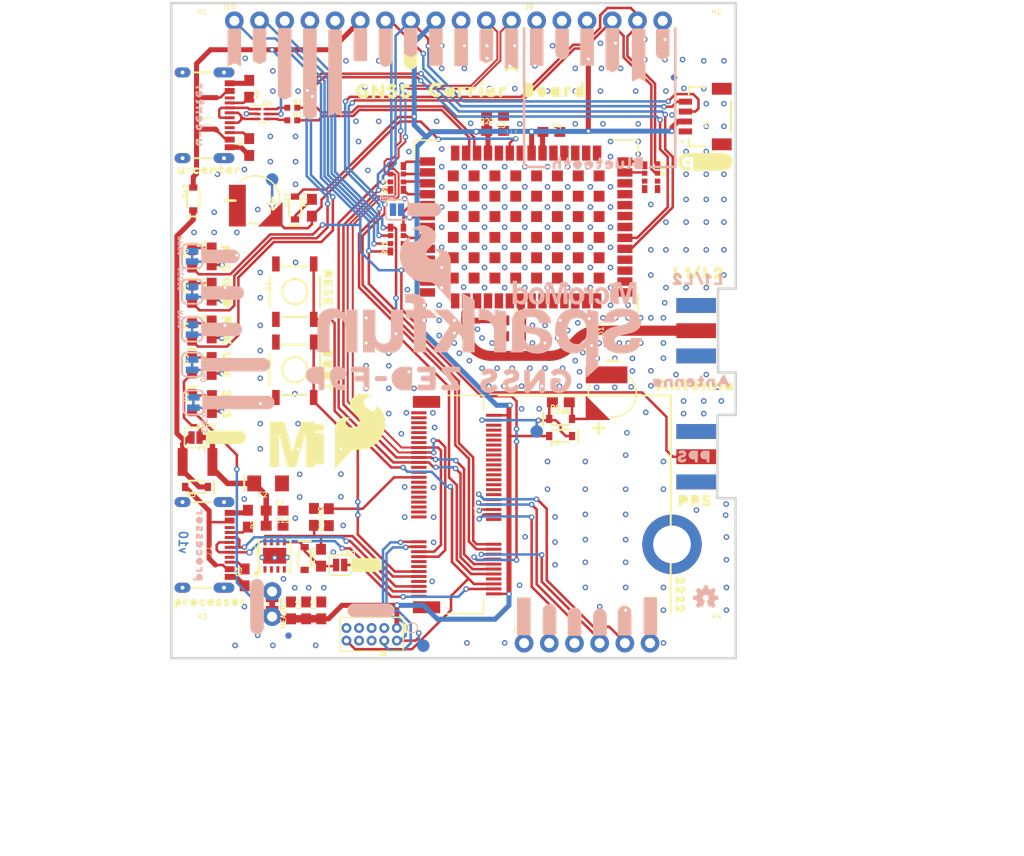
<source format=kicad_pcb>
(kicad_pcb (version 20211014) (generator pcbnew)
  (layers (0 "F.Cu" signal) (31 "B.Cu" signal) (34 "B.Paste" user) (35 "F.Paste" user) (36 "B.SilkS" user "B.Silkscreen") (37 "F.SilkS" user "F.Silkscreen") (38 "B.Mask" user) (39 "F.Mask" user) (44 "Edge.Cuts" user))
  (net 0 "")
  (net 1 "GND")
  (net 2 "3.3V")
  (net 3 "USB_N")
  (net 4 "USB_P")
  (net 5 "N$10")
  (net 6 "N$11")
  (net 7 "V_USB")
  (net 8 "N$14")
  (net 9 "SCL/SCK")
  (net 10 "RTC_3V")
  (net 11 "SWDIO")
  (net 12 "SWDCK")
  (net 13 "VIN")
  (net 14 "VIN/3")
  (net 15 "OUT_MEAS")
  (net 16 "~{BOOT}")
  (net 17 "3.3V_EN")
  (net 18 "N$5")
  (net 19 "RXI/SDI")
  (net 20 "N$6")
  (net 21 "N$7")
  (net 22 "N$12")
  (net 23 "N$13")
  (net 24 "N$25")
  (net 25 "N$26")
  (net 26 "~{ZED_RESET}")
  (net 27 "INT")
  (net 28 "SDA/~{CS}")
  (net 29 "TX_READY")
  (net 30 "~{SAFEBOOT}")
  (net 31 "ZED_USB_N")
  (net 32 "ZED_USB_P")
  (net 33 "RF_IN")
  (net 34 "N$18")
  (net 35 "V_RF")
  (net 36 "PPS")
  (net 37 "N$8")
  (net 38 "N$27")
  (net 39 "N$28")
  (net 40 "N$29")
  (net 41 "RTK_STAT")
  (net 42 "N$45")
  (net 43 "N$46")
  (net 44 "D_SEL")
  (net 45 "GEO_STAT")
  (net 46 "TXO2")
  (net 47 "RXI2")
  (net 48 "V_BATT")
  (net 49 "N$32")
  (net 50 "N$1")
  (net 51 "N$3")
  (net 52 "N$2")
  (net 53 "N$4")
  (net 54 "TXO/SDO")
  (net 55 "~{RESET}")
  (net 56 "N$21")
  (net 57 "N$22")
  (net 58 "N$23")
  (net 59 "N$24")
  (net 60 "N$15")
  (net 61 "N$16")
  (net 62 "N$19")
  (net 63 "N$20")
  (net 64 "N$9")
  (net 65 "N$17")
  (net 66 "V_USB_2")
  (net 67 "V_FUSE")
  (net 68 "D1")
  (net 69 "G0/D2")
  (net 70 "A1")
  (net 71 "A0")
  (footprint "boardEagle:#VIN#13" (layer "F.Cu") (at 139.1031 76.1746 -90)
    (fp_text reference "U$35" hide)
    (fp_text value "" hide)
  )
  (footprint "boardEagle:MICROMOD_MI_LOGO_1" (layer "F.Cu") (at 132.7531 116.4336)
    (fp_text reference "U$41" hide)
    (fp_text value "" hide)
  )
  (footprint "boardEagle:0402-TIGHT" (layer "F.Cu") (at 132.2451 83.7946)
    (fp_text reference "R15")
    (fp_text value "27OHM")
  )
  (footprint "boardEagle:ANTENNA16" (layer "F.Cu") (at 172.8851 110.4646)
    (fp_text reference "U$21" hide)
    (fp_text value "" hide)
  )
  (footprint "boardEagle:#SDA#0" (layer "F.Cu") (at 144.1831 76.4286 -90)
    (fp_text reference "U$12" hide)
    (fp_text value "" hide)
  )
  (footprint "boardEagle:USB-C-16P-2LAYER-PADS" (layer "F.Cu") (at 126.2761 126.5936 -90)
    (fp_text reference "J1")
    (fp_text value "" hide)
  )
  (footprint "boardEagle:1206_RA" (layer "F.Cu") (at 142.8292 89.6066 90)
    (fp_text reference "R12")
    (fp_text value "33")
  )
  (footprint "boardEagle:SMA-EDGE" (layer "F.Cu") (at 172.9613 117.7036 -90)
    (fp_text reference "E1" hide)
    (fp_text value "ANTENNA-SMA-GROUNDEDEDGE_SMA" hide)
  )
  (footprint "boardEagle:LED-0603" (layer "F.Cu") (at 122.1486 101.3206 90)
    (fp_text reference "D10")
    (fp_text value "BLUE")
  )
  (footprint "boardEagle:1X06_NO_SILK" (layer "F.Cu") (at 155.6131 136.4996)
    (fp_text reference "J7")
    (fp_text value "")
  )
  (footprint "boardEagle:STAND-OFF-TIGHT" (layer "F.Cu") (at 122.5931 74.5236)
    (fp_text reference "H1")
    (fp_text value "STAND-OFFTIGHT")
  )
  (footprint "boardEagle:JST04_1MM_RA" (layer "F.Cu") (at 171.8691 83.4136 90)
    (fp_text reference "J5")
    (fp_text value "QWIIC_RIGHT_ANGLE")
  )
  (footprint "boardEagle:#3V3#1" (layer "F.Cu") (at 146.7231 76.4286 -90)
    (fp_text reference "U$31" hide)
    (fp_text value "" hide)
  )
  (footprint "boardEagle:##ZED_RESET##9" (layer "F.Cu") (at 134.0231 78.9686 -90)
    (fp_text reference "U$61" hide)
    (fp_text value "" hide)
  )
  (footprint "boardEagle:SMT-JUMPER_2_NO_SILK" (layer "F.Cu") (at 122.4915 115.7732)
    (fp_text reference "BYP0")
    (fp_text value "JUMPER-SMT_2_NO_SILK")
  )
  (footprint "boardEagle:0402-TIGHT" (layer "F.Cu") (at 150.4061 103.9876)
    (fp_text reference "FB1")
    (fp_text value "FERRITE_BEAD-120_OHM-0402T" hide)
  )
  (footprint "boardEagle:#TXO#5" (layer "F.Cu") (at 154.3431 76.5556 -90)
    (fp_text reference "U$13" hide)
    (fp_text value "" hide)
  )
  (footprint "boardEagle:#PPS#3" (layer "F.Cu") (at 126.4031 76.3016 -90)
    (fp_text reference "U$37" hide)
    (fp_text value "" hide)
  )
  (footprint "boardEagle:ML414H_IV01E" (layer "F.Cu") (at 164.5285 111.3028 180)
    (fp_text reference "BT1")
    (fp_text value "ML414H")
  )
  (footprint "boardEagle:0603" (layer "F.Cu") (at 124.1425 112.395 90)
    (fp_text reference "R1")
    (fp_text value "1k")
  )
  (footprint "boardEagle:LED-0603" (layer "F.Cu") (at 122.1486 105.1306 90)
    (fp_text reference "D9")
    (fp_text value "BLUE")
  )
  (footprint "boardEagle:0603" (layer "F.Cu") (at 159.3215 112.2172 180)
    (fp_text reference "R8")
    (fp_text value "1k")
  )
  (footprint "boardEagle:0603" (layer "F.Cu") (at 134.4295 123.7742 -90)
    (fp_text reference "R10")
    (fp_text value "20k")
  )
  (footprint "boardEagle:1210" (layer "F.Cu") (at 122.6947 118.237)
    (fp_text reference "F2")
    (fp_text value "6V/2A")
  )
  (footprint "boardEagle:0603" (layer "F.Cu") (at 127.4445 129.8702 90)
    (fp_text reference "R3")
    (fp_text value "5.1k")
  )
  (footprint "boardEagle:0603" (layer "F.Cu") (at 135.9281 123.7996 90)
    (fp_text reference "R9")
    (fp_text value "10k")
  )
  (footprint "boardEagle:ML414H_IV01E" (layer "F.Cu") (at 128.5621 91.7956 -90)
    (fp_text reference "BT2")
    (fp_text value "ML414H_IV01E_BATTERY")
  )
  (footprint "boardEagle:LED-0603" (layer "F.Cu") (at 122.1486 112.2426 90)
    (fp_text reference "D2")
    (fp_text value "RED")
  )
  (footprint "boardEagle:SOD-323" (layer "F.Cu") (at 159.2961 115.6208 180)
    (fp_text reference "D7")
    (fp_text value "1A/23V/620mV")
  )
  (footprint "boardEagle:#RXI#6" (layer "F.Cu") (at 151.8031 76.1746 -90)
    (fp_text reference "U$14" hide)
    (fp_text value "" hide)
  )
  (footprint "boardEagle:3V34" (layer "F.Cu") (at 125.5903 112.4458 -90)
    (fp_text reference "U$69" hide)
    (fp_text value "" hide)
  )
  (footprint "boardEagle:SFE_LOGO_FLAME_.3" (layer "F.Cu") (at 139.1031 115.1636)
    (fp_text reference "U$63" hide)
    (fp_text value "" hide)
  )
  (footprint "boardEagle:#GND#0" (layer "F.Cu") (at 168.3385 133.7818 -90)
    (fp_text reference "U$78" hide)
    (fp_text value "" hide)
  )
  (footprint "boardEagle:#RESET10" (layer "F.Cu") (at 135.9851 101.2976 -90)
    (fp_text reference "U$5" hide)
    (fp_text value "" hide)
  )
  (footprint "boardEagle:PROCESSOR23" (layer "F.Cu") (at 124.0155 132.2832)
    (fp_text reference "U$73" hide)
    (fp_text value "" hide)
  )
  (footprint "boardEagle:TACTILE_SWITCH_SMD_5.2MM" (layer "F.Cu") (at 132.4991 108.9406 90)
    (fp_text reference "S2")
    (fp_text value "BOOT")
  )
  (footprint "boardEagle:1X06_NO_SILK" (layer "F.Cu") (at 156.8831 73.7616)
    (fp_text reference "J9")
    (fp_text value "")
  )
  (footprint "boardEagle:FIDUCIAL-MICRO" (layer "F.Cu") (at 170.7261 79.4766)
    (fp_text reference "FD4" hide)
    (fp_text value "FIDUCIALUFIDUCIAL" hide)
  )
  (footprint "boardEagle:#GND#0" (layer "F.Cu") (at 155.5877 133.7818 -90)
    (fp_text reference "U$65" hide)
    (fp_text value "" hide)
  )
  (footprint "boardEagle:1X12_NO_SILK" (layer "F.Cu") (at 126.4031 73.7616)
    (fp_text reference "J10")
    (fp_text value "")
  )
  (footprint "boardEagle:0603" (layer "F.Cu") (at 154.3939 105.5624)
    (fp_text reference "C8")
    (fp_text value "47pF")
  )
  (footprint "boardEagle:SOD-323" (layer "F.Cu") (at 133.4897 127.96745 -90)
    (fp_text reference "D1")
    (fp_text value "3.3V")
  )
  (footprint "boardEagle:#GND#0" (layer "F.Cu") (at 149.2631 76.4286 -90)
    (fp_text reference "U$34" hide)
    (fp_text value "" hide)
  )
  (footprint "boardEagle:TACTILE_SWITCH_SMD_5.2MM" (layer "F.Cu") (at 132.4991 101.0666 90)
    (fp_text reference "S1")
    (fp_text value "Reset")
  )
  (footprint "boardEagle:STAND-OFF-TIGHT" (layer "F.Cu") (at 122.5931 135.4836)
    (fp_text reference "H3")
    (fp_text value "STAND-OFFTIGHT")
  )
  (footprint "boardEagle:#NC#4" (layer "F.Cu") (at 169.5931 75.9736 -90)
    (fp_text reference "U$83" hide)
    (fp_text value "" hide)
  )
  (footprint "boardEagle:UDFN-8" (layer "F.Cu") (at 130.4671 127.6897)
    (fp_text reference "U5")
    (fp_text value "AP7361C-33")
  )
  (footprint "boardEagle:U#CENTER20" (layer "F.Cu") (at 123.8631 88.7476)
    (fp_text reference "U$49" hide)
    (fp_text value "" hide)
  )
  (footprint "boardEagle:GNSS501" (layer "F.Cu") (at 141.5161 80.8736)
    (fp_text reference "U$79" hide)
    (fp_text value "" hide)
  )
  (footprint "boardEagle:BOARD503" (layer "F.Cu") (at 158.6611 80.7466)
    (fp_text reference "U$81" hide)
    (fp_text value "" hide)
  )
  (footprint "boardEagle:0603" (layer "F.Cu") (at 134.2263 92.6084 90)
    (fp_text reference "R24")
    (fp_text value "3.3k")
  )
  (footprint "boardEagle:#A1#8" (layer "F.Cu") (at 160.7185 134.493 -90)
    (fp_text reference "U$70" hide)
    (fp_text value "" hide)
  )
  (footprint "boardEagle:#MEAS#10" (layer "F.Cu") (at 128.6891 132.8166 -90)
    (fp_text reference "U$42" hide)
    (fp_text value "" hide)
  )
  (footprint "boardEagle:STAND-OFF-TIGHT" (layer "F.Cu") (at 174.4091 135.4836)
    (fp_text reference "H4")
    (fp_text value "STAND-OFFTIGHT")
  )
  (footprint "boardEagle:1206_RA" (layer "F.Cu") (at 168.3871 89.5276 -90)
    (fp_text reference "R13")
    (fp_text value "33")
  )
  (footprint "boardEagle:0402-TIGHT" (layer "F.Cu") (at 132.2451 82.5246)
    (fp_text reference "R16")
    (fp_text value "27OHM")
  )
  (footprint "boardEagle:#INT#4" (layer "F.Cu") (at 128.9431 76.1746 -90)
    (fp_text reference "U$29" hide)
    (fp_text value "" hide)
  )
  (footprint "boardEagle:0603" (layer "F.Cu") (at 133.6421 133.1976 90)
    (fp_text reference "C6")
    (fp_text value "0.1uF")
  )
  (footprint "boardEagle:#EN#0" (layer "F.Cu") (at 139.6111 128.6256)
    (fp_text reference "U$48" hide)
    (fp_text value "" hide)
  )
  (footprint "boardEagle:0603" (layer "F.Cu") (at 154.4193 103.9622)
    (fp_text reference "R17")
    (fp_text value "33")
  )
  (footprint "boardEagle:0603" (layer "F.Cu") (at 127.7747 123.952 -90)
    (fp_text reference "R2")
    (fp_text value "5.1k")
  )
  (footprint "boardEagle:USB-C-16P-2LAYER-PADS" (layer "F.Cu") (at 126.2761 83.2866 -90)
    (fp_text reference "J3")
    (fp_text value "")
  )
  (footprint "boardEagle:LED-0603" (layer "F.Cu") (at 122.1486 108.4326 90)
    (fp_text reference "D3")
    (fp_text value "RED")
  )
  (footprint "boardEagle:LED-0603" (layer "F.Cu") (at 122.1486 97.7646 90)
    (fp_text reference "D8")
    (fp_text value "BLUE")
  )
  (footprint "boardEagle:1206_RA" (layer "F.Cu") (at 142.8292 95.8156 90)
    (fp_text reference "R11")
    (fp_text value "33")
  )
  (footprint "boardEagle:EIA3216" (layer "F.Cu") (at 129.8067 120.396 180)
    (fp_text reference "C2")
    (fp_text value "10uF")
  )
  (footprint "boardEagle:#A0#8" (layer "F.Cu") (at 158.1785 134.2644 -90)
    (fp_text reference "U$67" hide)
    (fp_text value "" hide)
  )
  (footprint "boardEagle:ZED-F9P" (layer "F.Cu") (at 155.8231 94.5466)
    (fp_text reference "U1")
    (fp_text value "U-BLOX_ZED-F9P")
  )
  (footprint "boardEagle:#TXO2#10" (layer "F.Cu") (at 167.1701 77.0636 -90)
    (fp_text reference "U$38" hide)
    (fp_text value "" hide)
  )
  (footprint "boardEagle:QWIIC_5.5MM" (layer "F.Cu") (at 173.9011 87.9856)
    (fp_text reference "U$50" hide)
    (fp_text value "" hide)
  )
  (footprint "boardEagle:#D1#8" (layer "F.Cu") (at 163.2585 134.5438 -90)
    (fp_text reference "U$71" hide)
    (fp_text value "" hide)
  )
  (footprint "boardEagle:0603" (layer "F.Cu") (at 130.4671 124.6632)
    (fp_text reference "C13")
    (fp_text value "0.22uF")
  )
  (footprint "boardEagle:2X5-PTH-1.27MM" (layer "F.Cu") (at 140.2461 135.6106 180)
    (fp_text reference "J8")
    (fp_text value "JTAG")
  )
  (footprint "boardEagle:0603" (layer "F.Cu") (at 152.6921 84.8614)
    (fp_text reference "C3")
    (fp_text value "0.1uF")
  )
  (footprint "boardEagle:##SFBOOT##8" (layer "F.Cu") (at 131.4831 77.9526 -90)
    (fp_text reference "U$2" hide)
    (fp_text value "" hide)
  )
  (footprint "boardEagle:GEO15" (layer "F.Cu") (at 125.6411 101.1936 -90)
    (fp_text reference "U$18" hide)
    (fp_text value "" hide)
  )
  (footprint "boardEagle:CARRIER502" (layer "F.Cu") (at 150.0251 80.7466)
    (fp_text reference "U$80" hide)
    (fp_text value "" hide)
  )
  (footprint "boardEagle:VIN3" (layer "F.Cu") (at 125.5903 108.4326 -90)
    (fp_text reference "U$68" hide)
    (fp_text value "" hide)
  )
  (footprint "boardEagle:2222501" (layer "F.Cu") (at 171.3611 131.6736 -90)
    (fp_text reference "U$82" hide)
    (fp_text value "" hide)
  )
  (footprint "boardEagle:#GND#0" (layer "F.Cu") (at 156.8831 76.4286 -90)
    (fp_text reference "U$33" hide)
    (fp_text value "" hide)
  )
  (footprint "boardEagle:##TX_READY##7" (layer "F.Cu") (at 136.5631 78.8416 -90)
    (fp_text reference "U$24" hide)
    (fp_text value "" hide)
  )
  (footprint "boardEagle:CREATIVE_COMMONS" (layer "F.Cu") (at 123.1011 157.3276)
    (fp_text reference "FRAME1" hide)
    (fp_text value "FRAME-LEDGER" hide)
  )
  (footprint "boardEagle:M.2-CONNECTOR-E" (layer "F.Cu") (at 150.2791 122.5296 -90)
    (fp_text reference "J6")
    (fp_text value "MICROMOD-2222-C")
  )
  (footprint "boardEagle:PPS15" (layer "F.Cu") (at 172.8851 122.1486)
    (fp_text reference "U$16" hide)
    (fp_text value "" hide)
  )
  (footprint "boardEagle:SOD-323" (layer "F.Cu") (at 122.5931 120.7516 180)
    (fp_text reference "D5")
    (fp_text value "3A/10V/280mV")
  )
  (footprint "boardEagle:#NC#4" (layer "F.Cu") (at 159.4431 75.9436 -90)
    (fp_text reference "U$55" hide)
    (fp_text value "" hide)
  )
  (footprint "boardEagle:0603" (layer "F.Cu") (at 127.9017 80.6196 -90)
    (fp_text reference "R6")
    (fp_text value "5.1k")
  )
  (footprint "boardEagle:#SCL#1" (layer "F.Cu") (at 141.6431 76.3016 -90)
    (fp_text reference "U$10" hide)
    (fp_text value "" hide)
  )
  (footprint "boardEagle:0603" (layer "F.Cu") (at 135.1661 133.1976 90)
    (fp_text reference "C5")
    (fp_text value "1.0uF")
  )
  (footprint "boardEagle:0603" (layer "F.Cu") (at 135.1407 127.8889 90)
    (fp_text reference "R5")
    (fp_text value "100k")
  )
  (footprint "boardEagle:RTK16" (layer "F.Cu") (at 125.6411 105.0036 -90)
    (fp_text reference "U$20" hide)
    (fp_text value "" hide)
  )
  (footprint "boardEagle:COMBO-JUMPER_2_NC_TRACE" (layer "F.Cu") (at 130.2131 132.5626 -90)
    (fp_text reference "MEAS0")
    (fp_text value "JUMPER-COMBO_2_NC_TRACE")
  )
  (footprint "boardEagle:SOD-323" (layer "F.Cu") (at 122.2629 91.7194 90)
    (fp_text reference "D12")
    (fp_text value "3A/10V/280mV")
  )
  (footprint "boardEagle:0603" (layer "F.Cu") (at 124.1171 97.5106 90)
    (fp_text reference "R19")
    (fp_text value "1k")
  )
  (footprint "boardEagle:L1#L216" (layer "F.Cu") (at 173.2661 99.1616)
    (fp_text reference "U$22" hide)
    (fp_text value "" hide)
  )
  (footprint "boardEagle:#RXI2#10" (layer "F.Cu") (at 164.5031 76.5556 -90)
    (fp_text reference "U$40" hide)
    (fp_text value "" hide)
  )
  (footprint "boardEagle:STAND-OFF-TIGHT" (layer "F.Cu") (at 174.4091 74.5236)
    (fp_text reference "H2")
    (fp_text value "STAND-OFFTIGHT")
  )
  (footprint "boardEagle:SOD-323" (layer "F.Cu") (at 159.2961 113.8936)
    (fp_text reference "D6")
    (fp_text value "3A/10V/280mV")
  )
  (footprint "boardEagle:0603" (layer "F.Cu") (at 132.1181 133.1976 90)
    (fp_text reference "C7")
    (fp_text value "0.22uF")
  )
  (footprint "boardEagle:SMT-JUMPER_2_NO_SILK" (layer "F.Cu") (at 137.0711 128.6256)
    (fp_text reference "EN0")
    (fp_text value "JUMPER-SMT_2_NO_SILK")
  )
  (footprint "boardEagle:SMA-EDGE" (layer "F.Cu") (at 172.9613 105.0036 -90)
    (fp_text reference "J4" hide)
    (fp_text value "U.FL" hide)
  )
  (footprint "boardEagle:0603" (layer "F.Cu") (at 152.6921 83.3374 180)
    (fp_text reference "R22")
    (fp_text value "100k")
  )
  (footprint "boardEagle:SOT886" (layer "F.Cu") (at 129.1971 83.1596)
    (fp_text reference "D4")
    (fp_text value "PRTR5V0U2F")
  )
  (footprint "boardEagle:PPS14" (layer "F.Cu") (at 125.5141 97.7646 -90)
    (fp_text reference "U$19" hide)
    (fp_text value "" hide)
  )
  (footprint "boardEagle:#BYP#8" (layer "F.Cu") (at 125.4125 115.7478)
    (fp_text reference "U$39" hide)
    (fp_text value "" hide)
  )
  (footprint "boardEagle:0603" (layer "F.Cu") (at 127.9017 86.487 90)
    (fp_text reference "R7")
    (fp_text value "5.1k")
  )
  (footprint "boardEagle:#SWD#10" (layer "F.Cu") (at 140.1605 133.1976)
    (fp_text reference "U$51" hide)
    (fp_text value "" hide)
  )
  (footprint "boardEagle:SOD-323" (layer "F.Cu") (at 132.5245 92.6338 90)
    (fp_text reference "D11")
    (fp_text value "0.5A/40V/420mV")
  )
  (footprint "boardEagle:#GND#0" (layer "F.Cu") (at 168.3385 133.731 -90)
    (fp_text reference "U$64" hide)
    (fp_text value "" hide)
  )
  (footprint "boardEagle:0603" (layer "F.Cu") (at 124.1171 104.8766 90)
    (fp_text reference "R20")
    (fp_text value "1k")
  )
  (footprint "boardEagle:0402" (layer "F.Cu") (at 164.1221 105.6386 90)
    (fp_text reference "D13")
    (fp_text value "PESD0402")
  )
  (footprint "boardEagle:#3V3#1" (layer "F.Cu") (at 161.9631 76.4286 -90)
    (fp_text reference "U$32" hide)
    (fp_text value "" hide)
  )
  (footprint "boardEagle:BOOT10" (layer "F.Cu") (at 135.8011 109.0676 -90)
    (fp_text reference "U$43" hide)
    (fp_text value "" hide)
  )
  (footprint "boardEagle:0603" (layer "F.Cu") (at 130.4671 123.1392)
    (fp_text reference "C1")
    (fp_text value "0.1uF")
  )
  (footprint "boardEagle:STAND-OFF-REFLOW-M2.5" (layer "F.Cu") (at 170.5229 126.5428)
    (fp_text reference "H5" hide)
    (fp_text value "STAND-OFF-REFLOW-M2.5_2.5MM_TALL" hide)
  )
  (footprint "boardEagle:FIDUCIAL-MICRO" (layer "F.Cu") (at 131.8641 135.7376)
    (fp_text reference "FD1" hide)
    (fp_text value "FIDUCIALUFIDUCIAL" hide)
  )
  (footprint "boardEagle:0603" (layer "F.Cu") (at 158.3563 84.963)
    (fp_text reference "C4")
    (fp_text value "0.1uF")
  )
  (footprint "boardEagle:0603" (layer "F.Cu") (at 124.1171 108.5596 90)
    (fp_text reference "R4")
    (fp_text value "1k")
  )
  (footprint "boardEagle:0603" (layer "F.Cu") (at 124.1171 101.0666 90)
    (fp_text reference "R21")
    (fp_text value "1k")
  )
  (footprint "boardEagle:#D2#8" (layer "F.Cu") (at 165.7477 134.3914 -90)
    (fp_text reference "U$72" hide)
    (fp_text value "" hide)
  )
  (footprint "boardEagle:FIDUCIAL-MICRO" (layer "B.Cu") (at 131.8641 135.7376 180)
    (fp_text reference "FD3" hide)
    (fp_text value "FIDUCIALUFIDUCIAL" hide)
  )
  (footprint "boardEagle:SMT-JUMPER_2_NC_TRACE_SILK" (layer "B.Cu") (at 122.1486 97.5106 -90)
    (fp_text reference "PPS0")
    (fp_text value "JUMPER-SMT_2_NC_TRACE_SILK")
  )
  (footprint "boardEagle:SMT-JUMPER_2_NC_TRACE_SILK" (layer "B.Cu") (at 122.1486 101.0666 -90)
    (fp_text reference "GEOF0")
    (fp_text value "JUMPER-SMT_2_NC_TRACE_SILK")
  )
  (footprint "boardEagle:BLUETOOTH24" (layer "B.Cu") (at 162.9791 88.1126 180)
    (fp_text reference "U$54" hide)
    (fp_text value "" hide)
  )
  (footprint "boardEagle:#GND#0" (layer "B.Cu") (at 168.3385 133.7818 90)
    (fp_text reference "U$77" hide)
    (fp_text value "" hide)
  )
  (footprint "boardEagle:#MEAS#10" (layer "B.Cu") (at 128.6891 132.8166 90)
    (fp_text reference "U$132" hide)
    (fp_text value "" hide)
  )
  (footprint "boardEagle:#3V3#1" (layer "B.Cu") (at 146.7231 76.4286 90)
    (fp_text reference "U$4" hide)
    (fp_text value "" hide)
  )
  (footprint "boardEagle:#SDI#11" (layer "B.Cu") (at 151.8031 76.1746 90)
    (fp_text reference "U$53" hide)
    (fp_text value "" hide)
  )
  (footprint "boardEagle:SMT-JUMPER_2_NC_TRACE_SILK" (layer "B.Cu") (at 122.2756 112.2426 90)
    (fp_text reference "UNK3V3")
    (fp_text value "JUMPER-SMT_2_NC_TRACE_SILK")
  )
  (footprint "boardEagle:#CLK#7" (layer "B.Cu") (at 141.6431 76.3016 90)
    (fp_text reference "U$46" hide)
    (fp_text value "" hide)
  )
  (footprint "boardEagle:OSHW-LOGO-MINI" (layer "B.Cu") (at 173.9265 131.9276 180)
    (fp_text reference "LOGO3" hide)
    (fp_text value "OSHW-LOGOMINI" hide)
  )
  (footprint "boardEagle:#GEO#9" (layer "B.Cu") (at 125.1331 101.1936 180)
    (fp_text reference "U$23" hide)
    (fp_text value "" hide)
  )
  (footprint "boardEagle:SMT-JUMPER_2_NO_SILK" (layer "B.Cu") (at 142.8038 92.8046 180)
    (fp_text reference "SPI0")
    (fp_text value "JUMPER-SMT_2_NO_SILK")
  )
  (footprint "boardEagle:##SFBOOT##13" (layer "B.Cu") (at 131.4831 77.9526 90)
    (fp_text reference "U$1" hide)
    (fp_text value "" hide)
  )
  (footprint "boardEagle:##ZED_RESET##14" (layer "B.Cu") (at 134.0231 78.9686 90)
    (fp_text reference "U$62" hide)
    (fp_text value "" hide)
  )
  (footprint "boardEagle:#D1#14" (layer "B.Cu") (at 163.2585 134.5438 90)
    (fp_text reference "U$75" hide)
    (fp_text value "" hide)
  )
  (footprint "boardEagle:#INT#10" (layer "B.Cu") (at 128.9431 76.1746 90)
    (fp_text reference "U$36" hide)
    (fp_text value "" hide)
  )
  (footprint "boardEagle:#NC#5" (layer "B.Cu") (at 159.4431 75.9436 90)
    (fp_text reference "U$84" hide)
    (fp_text value "" hide)
  )
  (footprint "boardEagle:PROCESSOR23" (layer "B.Cu") (at 122.9995 126.5428 90)
    (fp_text reference "U$52" hide)
    (fp_text value "" hide)
  )
  (footprint "boardEagle:#VIN_LED#10" (layer "B.Cu") (at 126.4031 108.4326 180)
    (fp_text reference "U$133" hide)
    (fp_text value "" hide)
  )
  (footprint "boardEagle:#3V3_LED#10" (layer "B.Cu") (at 126.6571 112.2426 180)
    (fp_text reference "U$134" hide)
    (fp_text value "" hide)
  )
  (footprint "boardEagle:#SDO#9" (layer "B.Cu") (at 154.3431 76.4286 90)
    (fp_text reference "U$47" hide)
    (fp_text value "" hide)
  )
  (footprint "boardEagle:#RXI2#9" (layer "B.Cu") (at 164.5031 76.5556 90)
    (fp_text reference "U$11" hide)
    (fp_text value "" hide)
  )
  (footprint "boardEagle:PAD.03X.05" (layer "B.Cu") (at 130.2131 89.7636 180)
    (fp_text reference "TP3" hide)
    (fp_text value "TEST-POINT3X5" hide)
  )
  (footprint "boardEagle:##TX_READY##13" (layer "B.Cu") (at 136.5631 78.8416 90)
    (fp_text reference "U$8" hide)
    (fp_text value "" hide)
  )
  (footprint "boardEagle:##CS##9" (layer "B.Cu") (at 144.1831 75.7936 90)
    (fp_text reference "U$28" hide)
    (fp_text value "" hide)
  )
  (footprint "boardEagle:SMT-JUMPER_2_NC_TRACE_SILK" (layer "B.Cu") (at 122.1486 104.8766 -90)
    (fp_text reference "RTK0")
    (fp_text value "JUMPER-SMT_2_NC_TRACE_SILK")
  )
  (footprint "boardEagle:FIDUCIAL-MICRO" (layer "B.Cu") (at 170.7261 79.4766 180)
    (fp_text reference "FD2" hide)
    (fp_text value "FIDUCIALUFIDUCIAL" hide)
  )
  (footprint "boardEagle:PPS16" (layer "B.Cu") (at 172.6311 117.7036 180)
    (fp_text reference "U$60" hide)
    (fp_text value "" hide)
  )
  (footprint "boardEagle:ANTENNA17" (layer "B.Cu") (at 172.3771 110.0836 180)
    (fp_text reference "U$59" hide)
    (fp_text value "" hide)
  )
  (footprint "boardEagle:L1#L217" (layer "B.Cu") (at 173.0121 99.7966 180)
    (fp_text reference "U$58" hide)
    (fp_text value "" hide)
  )
  (footprint "boardEagle:#GND#0" (layer "B.Cu") (at 149.2631 76.4286 90)
    (fp_text reference "U$6" hide)
    (fp_text value "" hide)
  )
  (footprint "boardEagle:SFE_LOGO_NAME_FLAME_.3" (layer "B.Cu") (at 151.1681 105.5116 180)
    (fp_text reference "LOGO1" hide)
    (fp_text value "SFE_LOGO_NAME_FLAME.3_INCH" hide)
  )
  (footprint "boardEagle:#TXO2#9" (layer "B.Cu") (at 167.1701 77.0636 90)
    (fp_text reference "U$15" hide)
    (fp_text value "" hide)
  )
  (footprint "boardEagle:#RTK#8" (layer "B.Cu") (at 125.0061 104.8766 180)
    (fp_text reference "U$27" hide)
    (fp_text value "" hide)
  )
  (footprint "boardEagle:GNSS21" (layer "B.Cu") (at 155.6131 110.0836 180)
    (fp_text reference "U$45" hide)
    (fp_text value "" hide)
  )
  (footprint "boardEagle:U#CENTER22" (layer "B.Cu") (at 122.9741 83.1596 90)
    (fp_text reference "U$56" hide)
    (fp_text value "" hide)
  )
  (footprint "boardEagle:#GND#0" (layer "B.Cu") (at 156.8831 76.4286 90)
    (fp_text reference "U$7" hide)
    (fp_text value "" hide)
  )
  (footprint "boardEagle:PAD.03X.05" (layer "B.Cu") (at 156.8831 115.1636 180)
    (fp_text reference "TP1" hide)
    (fp_text value "TEST-POINT3X5" hide)
  )
  (footprint "boardEagle:#A0#14" (layer "B.Cu") (at 158.1785 134.2644 90)
    (fp_text reference "U$57" hide)
    (fp_text value "" hide)
  )
  (footprint "boardEagle:MICROMOD_LOGO_.5" (layer "B.Cu") (at 160.6931 101.1936 180)
    (fp_text reference "U$25" hide)
    (fp_text value "" hide)
  )
  (footprint "boardEagle:#VIN#13" (layer "B.Cu") (at 139.1031 76.1746 90)
    (fp_text reference "U$17" hide)
    (fp_text value "" hide)
  )
  (footprint "boardEagle:#3V3#1" (layer "B.Cu") (at 161.9631 76.4286 90)
    (fp_text reference "U$3" hide)
    (fp_text value "" hide)
  )
  (footprint "boardEagle:ZED#F9P19" (layer "B.Cu") (at 141.2621 109.8296 180)
    (fp_text reference "U$44" hide)
    (fp_text value "" hide)
  )
  (footprint "boardEagle:#PPS#6" (layer "B.Cu") (at 126.4031 76.3016 90)
    (fp_text reference "U$9" hide)
    (fp_text value "" hide)
  )
  (footprint "boardEagle:#SPI#11" (layer "B.Cu") (at 145.4531 92.8116 180)
    (fp_text reference "U$30" hide)
    (fp_text value "" hide)
  )
  (footprint "boardEagle:#NC#5" (layer "B.Cu") (at 169.5931 75.9736 90)
    (fp_text reference "U$85" hide)
    (fp_text value "" hide)
  )
  (footprint "boardEagle:SMT-JUMPER_2_NC_TRACE_SILK" (layer "B.Cu") (at 122.1486 108.4326 90)
    (fp_text reference "VIN0")
    (fp_text value "JUMPER-SMT_2_NC_TRACE_SILK")
  )
  (footprint "boardEagle:#SWD#10" (layer "B.Cu") (at 140.1859 133.1976 180)
    (fp_text reference "U$131" hide)
    (fp_text value "" hide)
  )
  (footprint "boardEagle:#D2#14" (layer "B.Cu") (at 165.7477 134.3914 90)
    (fp_text reference "U$76" hide)
    (fp_text value "" hide)
  )
  (footprint "boardEagle:PAD.03X.05" (layer "B.Cu") (at 145.4531 136.7536 90)
    (fp_text reference "TP2" hide)
    (fp_text value "TEST-POINT3X5" hide)
  )
  (footprint "boardEagle:#A1#14" (layer "B.Cu") (at 160.6931 134.493 90)
    (fp_text reference "U$74" hide)
    (fp_text value "" hide)
  )
  (footprint "boardEagle:#GND#0" (layer "B.Cu") (at 155.5877 133.8072 90)
    (fp_text reference "U$66" hide)
    (fp_text value "" hide)
  )
  (footprint "boardEagle:#PPS#10" (layer "B.Cu") (at 124.8791 97.5106 180)
    (fp_text reference "U$26" hide)
    (fp_text value "" hide)
  )
  (gr_line (start 170.8531 74.5236) (end 170.8531 88.4936) (layer "B.SilkS") (width 0.254))
  (gr_circle (center 144.3609 134.9502) (end 144.8689 134.9502) (layer "B.SilkS") (width 0) (fill none))
  (gr_line (start 155.6131 88.4936) (end 158.1531 88.4936) (layer "B.SilkS") (width 0.254))
  (gr_line (start 155.6131 74.5236) (end 155.6131 88.4936) (layer "B.SilkS") (width 0.254))
  (gr_line (start 170.8531 88.4936) (end 168.3131 88.4936) (layer "B.SilkS") (width 0.254))
  (gr_line (start 153.0223 111.5314) (end 170.4103 111.5314) (layer "F.SilkS") (width 0.2032))
  (gr_circle (center 144.3609 134.9502) (end 144.8689 134.9502) (layer "F.SilkS") (width 0) (fill none))
  (gr_line (start 170.4103 111.5314) (end 170.3849 133.5024) (layer "F.SilkS") (width 0.2032))
  (gr_line (start 176.9491 138.0236) (end 120.0531 138.0236) (layer "Edge.Cuts") (width 0.254))
  (gr_line (start 176.9491 109.22) (end 176.9491 113.4872) (layer "Edge.Cuts") (width 0.254))
  (gr_line (start 175.1711 100.7618) (end 175.1711 109.22) (layer "Edge.Cuts") (width 0.254))
  (gr_line (start 176.9491 113.4872) (end 175.1203 113.4872) (layer "Edge.Cuts") (width 0.254))
  (gr_line (start 175.0949 121.8946) (end 176.9237 121.8946) (layer "Edge.Cuts") (width 0.254))
  (gr_line (start 120.0531 138.0236) (end 120.0531 71.9836) (layer "Edge.Cuts") (width 0.254))
  (gr_line (start 175.1711 109.22) (end 176.9491 109.22) (layer "Edge.Cuts") (width 0.254))
  (gr_line (start 176.9491 71.9836) (end 176.9491 100.7618) (layer "Edge.Cuts") (width 0.254))
  (gr_line (start 176.9237 121.8946) (end 176.9491 138.0236) (layer "Edge.Cuts") (width 0.254))
  (gr_line (start 120.0531 71.9836) (end 176.9491 71.9836) (layer "Edge.Cuts") (width 0.254))
  (gr_line (start 175.1711 100.7618) (end 176.9491 100.7618) (layer "Edge.Cuts") (width 0.254))
  (gr_line (start 175.1203 113.4872) (end 175.0949 121.8946) (layer "Edge.Cuts") (width 0.254))
  (gr_text "v10" (at 120.7389 127.5842 -90) (layer "B.Cu") (effects (font (size 0.8636 0.8636) (thickness 0.1524)) (justify left bottom mirror)))
  (gr_text "-" (at 124.8283 92.6592) (layer "F.SilkS") (effects (font (size 1.5113 1.5113) (thickness 0.2667)) (justify left bottom)))
  (gr_text "+" (at 129.1463 92.964) (layer "F.SilkS") (effects (font (size 1.5113 1.5113) (thickness 0.2667)) (justify left bottom)))
  (gr_text "+" (at 162.0139 115.5954) (layer "F.SilkS") (effects (font (size 1.5113 1.5113) (thickness 0.2667)) (justify left bottom)))
  (gr_text "-" (at 163.4109 108.7882) (layer "F.SilkS") (effects (font (size 1.5113 1.5113) (thickness 0.2667)) (justify left bottom)))
  (segment (start 125.9361 86.5116) (end 127.0763 86.5116) (width 0.508) (layer "F.Cu") (net 1))
  (segment (start 127.5081 123.3686) (end 125.9361 123.3686) (width 0.508) (layer "F.Cu") (net 1))
  (segment (start 151.0919 123.1392) (end 151.149925 123.1392) (width 0.254) (layer "F.Cu") (net 1))
  (segment (start 128.7417 83.1342) (end 127.6223 83.1342) (width 0.254) (layer "F.Cu") (net 1))
  (segment (start 127.0763 86.5116) (end 127.9017 87.337) (width 0.508) (layer "F.Cu") (net 1))
  (segment (start 151.259525 123.0296) (end 151.149925 123.1392) (width 0.254) (layer "F.Cu") (net 1))
  (segment (start 127.6097 80.0616) (end 127.9017 79.7696) (width 0.508) (layer "F.Cu") (net 1))
  (segment (start 152.5541 123.0296) (end 151.259525 123.0296) (width 0.254) (layer "F.Cu") (net 1))
  (segment (start 128.7671 83.1596) (end 128.7417 83.1342) (width 0.254) (layer "F.Cu") (net 1))
  (segment (start 125.9361 80.0616) (end 127.6097 80.0616) (width 0.508) (layer "F.Cu") (net 1))
  (segment (start 127.7747 123.102) (end 127.5081 123.3686) (width 0.508) (layer "F.Cu") (net 1))
  (segment (start 127.4445 130.7202) (end 126.5429 129.8186) (width 0.508) (layer "F.Cu") (net 1))
  (segment (start 126.5429 129.8186) (end 125.9361 129.8186) (width 0.508) (layer "F.Cu") (net 1))
  (via (at 165.8493 128.3462) (size 0.5588) (drill 0.3048) (layers "F.Cu" "B.Cu") (net 1))
  (via (at 165.8493 126.0602) (size 0.5588) (drill 0.3048) (layers "F.Cu" "B.Cu") (net 1))
  (via (at 160.0073 96.5962) (size 0.5588) (drill 0.3048) (layers "F.Cu" "B.Cu") (net 1))
  (via (at 144.5133 110.8202) (size 0.5588) (drill 0.3048) (layers "F.Cu" "B.Cu") (net 1))
  (via (at 171.6913 112.0902) (size 0.5588) (drill 0.3048) (layers "F.Cu" "B.Cu") (net 1))
  (via (at 172.9867 123.0884) (size 0.5588) (drill 0.3048) (layers "F.Cu" "B.Cu") (net 1))
  (via (at 158.7373 123.7742) (size 0.5588) (drill 0.3048) (layers "F.Cu" "B.Cu") (net 1))
  (via (at 160.0073 94.5642) (size 0.5588) (drill 0.3048) (layers "F.Cu" "B.Cu") (net 1))
  (via (at 157.9753 96.5962) (size 0.5588) (drill 0.3048) (layers "F.Cu" "B.Cu") (net 1))
  (via (at 155.6893 88.4682) (size 0.5588) (drill 0.3048) (layers "F.Cu" "B.Cu") (net 1))
  (via (at 155.3591 110.5916) (size 0.5588) (drill 0.3048) (layers "F.Cu" "B.Cu") (net 1))
  (via (at 151.6253 90.5002) (size 0.5588) (drill 0.3048) (layers "F.Cu" "B.Cu") (net 1))
  (via (at 143.8529 100.8634) (size 0.5588) (drill 0.3048) (layers "F.Cu" "B.Cu") (net 1))
  (via (at 167.1193 85.9282) (size 0.5588) (drill 0.3048) (layers "F.Cu" "B.Cu") (net 1))
  (via (at 157.1371 112.8776) (size 0.5588) (drill 0.3048) (layers "F.Cu" "B.Cu") (net 1))
  (via (at 132.4991 130.9116) (size 0.5588) (drill 0.3048) (layers "F.Cu" "B.Cu") (net 1))
  (via (at 162.2933 100.6602) (size 0.5588) (drill 0.3048) (layers "F.Cu" "B.Cu") (net 1))
  (via (at 161.7853 128.3462) (size 0.5588) (drill 0.3048) (layers "F.Cu" "B.Cu") (net 1))
  (via (at 138.6713 83.8962) (size 0.5588) (drill 0.3048) (layers "F.Cu" "B.Cu") (net 1))
  (via (at 164.7571 110.7186) (size 0.5588) (drill 0.3048) (layers "F.Cu" "B.Cu") (net 1))
  (via (at 173.9773 100.6602) (size 0.5588) (drill 0.3048) (layers "F.Cu" "B.Cu") (net 1))
  (via (at 132.5753 85.4202) (size 0.5588) (drill 0.3048) (layers "F.Cu" "B.Cu") (net 1))
  (via (at 146.4945 123.7996) (size 0.5588) (drill 0.3048) (layers "F.Cu" "B.Cu") (net 1))
  (via (at 164.3253 90.5002) (size 0.5588) (drill 0.3048) (layers "F.Cu" "B.Cu") (net 1))
  (via (at 175.7553 91.7702) (size 0.5588) (drill 0.3048) (layers "F.Cu" "B.Cu") (net 1))
  (via (at 150.1013 108.0262) (size 0.5588) (drill 0.3048) (layers "F.Cu" "B.Cu") (net 1))
  (via (at 175.7553 84.4042) (size 0.5588) (drill 0.3048) (layers "F.Cu" "B.Cu") (net 1))
  (via (at 146.7993 83.8962) (size 0.5588) (drill 0.3048) (layers "F.Cu" "B.Cu") (net 1))
  (via (at 164.3253 98.6282) (size 0.5588) (drill 0.3048) (layers "F.Cu" "B.Cu") (net 1))
  (via (at 164.3253 85.9282) (size 0.5588) (drill 0.3048) (layers "F.Cu" "B.Cu") (net 1))
  (via (at 155.1813 84.1502) (size 0.5588) (drill 0.3048) (layers "F.Cu" "B.Cu") (net 1))
  (via (at 157.9753 100.6602) (size 0.5588) (drill 0.3048) (layers "F.Cu" "B.Cu") (net 1))
  (via (at 168.3893 110.5662) (size 0.5588) (drill 0.3048) (layers "F.Cu" "B.Cu") (net 1))
  (via (at 127.6223 83.1342) (size 0.5588) (drill 0.3048) (layers "F.Cu" "B.Cu") (net 1))
  (via (at 128.7653 92.7862) (size 0.5588) (drill 0.3048) (layers "F.Cu" "B.Cu") (net 1))
  (via (at 130.2893 78.8162) (size 0.5588) (drill 0.3048) (layers "F.Cu" "B.Cu") (net 1))
  (via (at 153.6573 88.4682) (size 0.5588) (drill 0.3048) (layers "F.Cu" "B.Cu") (net 1))
  (via (at 147.3073 100.6602) (size 0.5588) (drill 0.3048) (layers "F.Cu" "B.Cu") (net 1))
  (via (at 161.0233 104.2162) (size 0.5588) (drill 0.3048) (layers "F.Cu" "B.Cu") (net 1))
  (via (at 176.0093 125.8062) (size 0.5588) (drill 0.3048) (layers "F.Cu" "B.Cu") (net 1))
  (via (at 160.7693 80.8482) (size 0.5588) (drill 0.3048) (layers "F.Cu" "B.Cu") (net 1))
  (via (at 143.5735 123.7996) (size 0.5588) (drill 0.3048) (layers "F.Cu" "B.Cu") (net 1))
  (via (at 129.0193 104.4702) (size 0.5588) (drill 0.3048) (layers "F.Cu" "B.Cu") (net 1))
  (via (at 143.7513 113.284) (size 0.5588) (drill 0.3048) (layers "F.Cu" "B.Cu") (net 1))
  (via (at 151.6253 98.6282) (size 0.5588) (drill 0.3048) (layers "F.Cu" "B.Cu") (net 1))
  (via (at 158.4833 76.2762) (size 0.5588) (drill 0.3048) (layers "F.Cu" "B.Cu") (net 1))
  (via (at 166.4081 110.6678) (size 0.5588) (drill 0.3048) (layers "F.Cu" "B.Cu") (net 1))
  (via (at 137.6553 77.8002) (size 0.5588) (drill 0.3048) (layers "F.Cu" "B.Cu") (net 1))
  (via (at 149.5933 88.4682) (size 0.5588) (drill 0.3048) (layers "F.Cu" "B.Cu") (net 1))
  (via (at 159.1691 110.5916) (size 0.5588) (drill 0.3048) (layers "F.Cu" "B.Cu") (net 1))
  (via (at 163.5633 84.1502) (size 0.5588) (drill 0.3048) (layers "F.Cu" "B.Cu") (net 1))
  (via (at 168.3893 109.0422) (size 0.5588) (drill 0.3048) (layers "F.Cu" "B.Cu") (net 1))
  (via (at 162.9283 110.7186) (size 0.5588) (drill 0.3048) (layers "F.Cu" "B.Cu") (net 1))
  (via (at 160.0073 88.4682) (size 0.5588) (drill 0.3048) (layers "F.Cu" "B.Cu") (net 1))
  (via (at 127.4031 121.9708) (size 0.5588) (drill 0.3048) (layers "F.Cu" "B.Cu") (net 1))
  (via (at 132.8293 116.9162) (size 0.5588) (drill 0.3048) (layers "F.Cu" "B.Cu") (net 1))
  (via (at 169.6593 120.9802) (size 0.5588) (drill 0.3048) (layers "F.Cu" "B.Cu") (net 1))
  (via (at 147.0533 102.4382) (size 0.5588) (drill 0.3048) (layers "F.Cu" "B.Cu") (net 1))
  (via (at 147.3073 94.5642) (size 0.5588) (drill 0.3048) (layers "F.Cu" "B.Cu") (net 1))
  (via (at 169.9133 80.8482) (size 0.5588) (drill 0.3048) (layers "F.Cu" "B.Cu") (net 1))
  (via (at 130.0353 87.9602) (size 0.5588) (drill 0.3048) (layers "F.Cu" "B.Cu") (net 1))
  (via (at 158.7373 126.3142) (size 0.5588) (drill 0.3048) (layers "F.Cu" "B.Cu") (net 1))
  (via (at 124.3711 95.0976) (size 0.5588) (drill 0.3048) (layers "F.Cu" "B.Cu") (net 1))
  (via (at 125.4633 100.6602) (size 0.5588) (drill 0.3048) (layers "F.Cu" "B.Cu") (net 1))
  (via (at 154.6733 76.2762) (size 0.5588) (drill 0.3048) (layers "F.Cu" "B.Cu") (net 1))
  (via (at 155.6893 94.5642) (size 0.5588) (drill 0.3048) (layers "F.Cu" "B.Cu") (net 1))
  (via (at 167.7797 77.6732) (size 0.5588) (drill 0.3048) (layers "F.Cu" "B.Cu") (net 1))
  (via (at 166.1033 103.7082) (size 0.5588) (drill 0.3048) (layers "F.Cu" "B.Cu") (net 1))
  (via (at 173.7233 80.5942) (size 0.5588) (drill 0.3048) (layers "F.Cu" "B.Cu") (net 1))
  (via (at 149.8473 136.4742) (size 0.5588) (drill 0.3048) (layers "F.Cu" "B.Cu") (net 1))
  (via (at 152.1333 80.5942) (size 0.5588) (drill 0.3048) (layers "F.Cu" "B.Cu") (net 1))
  (via (at 139.6873 103.7082) (size 0.5588) (drill 0.3048) (layers "F.Cu" "B.Cu") (net 1))
  (via (at 169.6593 133.1722) (size 0.5588) (drill 0.3048) (layers "F.Cu" "B.Cu") (net 1))
  (via (at 173.9773 86.9442) (size 0.5588) (drill 0.3048) (layers "F.Cu" "B.Cu") (net 1))
  (via (at 155.6893 92.5322) (size 0.5588) (drill 0.3048) (layers "F.Cu" "B.Cu") (net 1))
  (via (at 127.4953 77.5462) (size 0.5588) (drill 0.3048) (layers "F.Cu" "B.Cu") (net 1))
  (via (at 152.8953 108.7882) (size 0.5588) (drill 0.3048) (layers "F.Cu" "B.Cu") (net 1))
  (via (at 171.7167 80.5688) (size 0.5588) (drill 0.3048) (layers "F.Cu" "B.Cu") (net 1))
  (via (at 161.7853 118.1862) (size 0.5588) (drill 0.3048) (layers "F.Cu" "B.Cu") (net 1))
  (via (at 130.2893 80.8482) (size 0.5588) (drill 0.3048) (layers "F.Cu" "B.Cu") (net 1))
  (via (at 157.9753 92.5322) (size 0.5588) (drill 0.3048) (layers "F.Cu" "B.Cu") (net 1))
  (via (at 155.6893 96.5962) (size 0.5588) (drill 0.3048) (layers "F.Cu" "B.Cu") (net 1))
  (via (at 157.9753 88.4682) (size 0.5588) (drill 0.3048) (layers "F.Cu" "B.Cu") (net 1))
  (via (at 160.0073 104.9782) (size 0.5588) (drill 0.3048) (layers "F.Cu" "B.Cu") (net 1))
  (via (at 159.4993 108.7882) (size 0.5588) (drill 0.3048) (layers "F.Cu" "B.Cu") (net 1))
  (via (at 164.3253 102.4382) (size 0.5588) (drill 0.3048) (layers "F.Cu" "B.Cu") (net 1))
  (via (at 162.2933 90.5002) (size 0.5588) (drill 0.3048) (layers "F.Cu" "B.Cu") (net 1))
  (via (at 139.8651 88.8492) (size 0.5588) (drill 0.3048) (layers "F.Cu" "B.Cu") (net 1))
  (via (at 147.3073 92.5322) (size 0.5588) (drill 0.3048) (layers "F.Cu" "B.Cu") (net 1))
  (via (at 165.8493 120.9802) (size 0.5588) (drill 0.3048) (layers "F.Cu" "B.Cu") (net 1))
  (via (at 144.0053 86.9442) (size 0.5588) (drill 0.3048) (layers "F.Cu" "B.Cu") (net 1))
  (via (at 168.3893 92.2782) (size 0.5588) (drill 0.3048) (layers "F.Cu" "B.Cu") (net 1))
  (via (at 141.9733 108.5342) (size 0.5588) (drill 0.3048) (layers "F.Cu" "B.Cu") (net 1))
  (via (at 167.7797 75.6412) (size 0.5588) (drill 0.3048) (layers "F.Cu" "B.Cu") (net 1))
  (via (at 122.3391 95.0976) (size 0.5588) (drill 0.3048) (layers "F.Cu" "B.Cu") (net 1))
  (via (at 128.7653 135.7122) (size 0.5588) (drill 0.3048) (layers "F.Cu" "B.Cu") (net 1))
  (via (at 163.3093 76.0222) (size 0.5588) (drill 0.3048) (layers "F.Cu" "B.Cu") (net 1))
  (via (at 162.1663 103.7844) (size 0.5588) (drill 0.3048) (layers "F.Cu" "B.Cu") (net 1))
  (via (at 155.7147 125.7808) (size 0.5588) (drill 0.3048) (layers "F.Cu" "B.Cu") (net 1))
  (via (at 143.2433 115.3922) (size 0.5588) (drill 0.3048) (layers "F.Cu" "B.Cu") (net 1))
  (via (at 175.5013 112.0902) (size 0.5588) (drill 0.3048) (layers "F.Cu" "B.Cu") (net 1))
  (via (at 156.7053 78.3082) (size 0.5588) (drill 0.3048) (layers "F.Cu" "B.Cu") (net 1))
  (via (at 137.1473 116.9162) (size 0.5588) (drill 0.3048) (layers "F.Cu" "B.Cu") (net 1))
  (via (at 153.6573 100.6602) (size 0.5588) (drill 0.3048) (layers "F.Cu" "B.Cu") (net 1))
  (via (at 173.7233 112.0902) (size 0.5588) (drill 0.3048) (layers "F.Cu" "B.Cu") (net 1))
  (via (at 173.9773 109.4232) (size 0.5588) (drill 0.3048) (layers "F.Cu" "B.Cu") (net 1))
  (via (at 163.3093 80.8482) (size 0.5588) (drill 0.3048) (layers "F.Cu" "B.Cu") (net 1))
  (via (at 164.8333 76.0222) (size 0.5588) (drill 0.3048) (layers "F.Cu" "B.Cu") (net 1))
  (via (at 126.4793 136.7282) (size 0.5588) (drill 0.3048) (layers "F.Cu" "B.Cu") (net 1))
  (via (at 137.1473 119.4562) (size 0.5588) (drill 0.3048) (layers "F.Cu" "B.Cu") (net 1))
  (via (at 160.0073 98.6282) (size 0.5588) (drill 0.3048) (layers "F.Cu" "B.Cu") (net 1))
  (via (at 161.7853 130.8862) (size 0.5588) (drill 0.3048) (layers "F.Cu" "B.Cu") (net 1))
  (via (at 169.7863 102.1842) (size 0.5588) (drill 0.3048) (layers "F.Cu" "B.Cu") (net 1))
  (via (at 146.4183 113.284) (size 0.5588) (drill 0.3048) (layers "F.Cu" "B.Cu") (net 1))
  (via (at 151.6253 88.4682) (size 0.5588) (drill 0.3048) (layers "F.Cu" "B.Cu") (net 1))
  (via (at 156.1973 108.7882) (size 0.5588) (drill 0.3048) (layers "F.Cu" "B.Cu") (net 1))
  (via (at 146.5961 114.7572) (size 0.5588) (drill 0.3048) (layers "F.Cu" "B.Cu") (net 1))
  (via (at 162.2933 94.5642) (size 0.5588) (drill 0.3048) (layers "F.Cu" "B.Cu") (net 1))
  (via (at 124.3711 93.0656) (size 0.5588) (drill 0.3048) (layers "F.Cu" "B.Cu") (net 1))
  (via (at 157.9753 98.6282) (size 0.5588) (drill 0.3048) (layers "F.Cu" "B.Cu") (net 1))
  (via (at 151.6253 96.5962) (size 0.5588) (drill 0.3048) (layers "F.Cu" "B.Cu") (net 1))
  (via (at 157.9753 90.5002) (size 0.5588) (drill 0.3048) (layers "F.Cu" "B.Cu") (net 1))
  (via (at 173.7233 77.8002) (size 0.5588) (drill 0.3048) (layers "F.Cu" "B.Cu") (net 1))
  (via (at 139.5603 80.4672) (size 0.5588) (drill 0.3048) (layers "F.Cu" "B.Cu") (net 1))
  (via (at 146.3421 130.2766) (size 0.5588) (drill 0.3048) (layers "F.Cu" "B.Cu") (net 1))
  (via (at 155.1559 130.6576) (size 0.5588) (drill 0.3048) (layers "F.Cu" "B.Cu") (net 1))
  (via (at 129.0193 101.6762) (size 0.5588) (drill 0.3048) (layers "F.Cu" "B.Cu") (net 1))
  (via (at 126.6571 97.3836) (size 0.5588) (drill 0.3048) (layers "F.Cu" "B.Cu") (net 1))
  (via (at 171.9453 94.0562) (size 0.5588) (drill 0.3048) (layers "F.Cu" "B.Cu") (net 1))
  (via (at 153.6573 96.5962) (size 0.5588) (drill 0.3048) (layers "F.Cu" "B.Cu") (net 1))
  (via (at 173.9773 91.7702) (size 0.5588) (drill 0.3048) (layers "F.Cu" "B.Cu") (net 1))
  (via (at 131.7371 127.8636) (size 0.5588) (drill 0.3048) (layers "F.Cu" "B.Cu") (net 1))
  (via (at 155.6893 98.6282) (size 0.5588) (drill 0.3048) (layers "F.Cu" "B.Cu") (net 1))
  (via (at 175.7553 82.1182) (size 0.5588) (drill 0.3048) (layers "F.Cu" "B.Cu") (net 1))
  (via (at 166.1033 102.4382) (size 0.5588) (drill 0.3048) (layers "F.Cu" "B.Cu") (net 1))
  (via (at 157.9753 94.5642) (size 0.5588) (drill 0.3048) (layers "F.Cu" "B.Cu") (net 1))
  (via (at 139.6873 106.2482) (size 0.5588) (drill 0.3048) (layers "F.Cu" "B.Cu") (net 1))
  (via (at 161.7853 123.5202) (size 0.5588) (drill 0.3048) (layers "F.Cu" "B.Cu") (net 1))
  (via (at 149.0853 107.2642) (size 0.5588) (drill 0.3048) (layers "F.Cu" "B.Cu") (net 1))
  (via (at 129.0193 116.9162) (size 0.5588) (drill 0.3048) (layers "F.Cu" "B.Cu") (net 1))
  (via (at 132.9911 121.7676) (size 0.5588) (drill 0.3048) (layers "F.Cu" "B.Cu") (net 1))
  (via (at 165.8493 130.8862) (size 0.5588) (drill 0.3048) (layers "F.Cu" "B.Cu") (net 1))
  (via (at 163.4109 78.5622) (size 0.5588) (drill 0.3048) (layers "F.Cu" "B.Cu") (net 1))
  (via (at 157.3911 110.5916) (size 0.5588) (drill 0.3048) (layers "F.Cu" "B.Cu") (net 1))
  (via (at 162.4203 106.5022) (size 0.5588) (drill 0.3048) (layers "F.Cu" "B.Cu") (net 1))
  (via (at 175.7553 94.0562) (size 0.5588) (drill 0.3048) (layers "F.Cu" "B.Cu") (net 1))
  (via (at 165.8493 117.5512) (size 0.5588) (drill 0.3048) (layers "F.Cu" "B.Cu") (net 1))
  (via (at 146.4945 120.7996) (size 0.5588) (drill 0.3048) (layers "F.Cu" "B.Cu") (net 1))
  (via (at 140.9573 83.8962) (size 0.5588) (drill 0.3048) (layers "F.Cu" "B.Cu") (net 1))
  (via (at 176.0093 130.8862) (size 0.5588) (drill 0.3048) (layers "F.Cu" "B.Cu") (net 1))
  (via (at 165.8493 123.5202) (size 0.5588) (drill 0.3048) (layers "F.Cu" "B.Cu") (net 1))
  (via (at 165.8493 133.1722) (size 0.5588) (drill 0.3048) (layers "F.Cu" "B.Cu") (net 1))
  (via (at 129.1971 127.8636) (size 0.5588) (drill 0.3048) (layers "F.Cu" "B.Cu") (net 1))
  (via (at 162.2933 96.5962) (size 0.5588) (drill 0.3048) (layers "F.Cu" "B.Cu") (net 1))
  (via (at 164.3253 100.6602) (size 0.5588) (drill 0.3048) (layers "F.Cu" "B.Cu") (net 1))
  (via (at 168.3893 103.7082) (size 0.5588) (drill 0.3048) (layers "F.Cu" "B.Cu") (net 1))
  (via (at 154.1653 78.3082) (size 0.5588) (drill 0.3048) (layers "F.Cu" "B.Cu") (net 1))
  (via (at 145.5293 103.9622) (size 0.5588) (drill 0.3048) (layers "F.Cu" "B.Cu") (net 1))
  (via (at 164.3253 96.5962) (size 0.5588) (drill 0.3048) (layers "F.Cu" "B.Cu") (net 1))
  (via (at 173.9773 84.4042) (size 0.5588) (drill 0.3048) (layers "F.Cu" "B.Cu") (net 1))
  (via (at 143.5735 91.694) (size 0.5588) (drill 0.3048) (layers "F.Cu" "B.Cu") (net 1))
  (via (at 140.9573 77.8002) (size 0.5588) (drill 0.3048) (layers "F.Cu" "B.Cu") (net 1))
  (via (at 156.4513 104.4702) (size 0.5588) (drill 0.3048) (layers "F.Cu" "B.Cu") (net 1))
  (via (at 162.0393 88.4682) (size 0.5588) (drill 0.3048) (layers "F.Cu" "B.Cu") (net 1))
  (via (at 147.3073 98.6282) (size 0.5588) (drill 0.3048) (layers "F.Cu" "B.Cu") (net 1))
  (via (at 130.0353 85.4202) (size 0.5588) (drill 0.3048) (layers "F.Cu" "B.Cu") (net 1))
  (via (at 148.5773 103.9622) (size 0.5588) (drill 0.3048) (layers "F.Cu" "B.Cu") (net 1))
  (via (at 173.9773 94.0562) (size 0.5588) (drill 0.3048) (layers "F.Cu" "B.Cu") (net 1))
  (via (at 167.3733 106.2482) (size 0.5588) (drill 0.3048) (layers "F.Cu" "B.Cu") (net 1))
  (via (at 153.6573 90.5002) (size 0.5588) (drill 0.3048) (layers "F.Cu" "B.Cu") (net 1))
  (via (at 157.7213 104.4702) (size 0.5588) (drill 0.3048) (layers "F.Cu" "B.Cu") (net 1))
  (via (at 132.5753 87.9602) (size 0.5588) (drill 0.3048) (layers "F.Cu" "B.Cu") (net 1))
  (via (at 132.4991 111.3536) (size 0.5588) (drill 0.3048) (layers "F.Cu" "B.Cu") (net 1))
  (via (at 173.7233 113.3602) (size 0.5588) (drill 0.3048) (layers "F.Cu" "B.Cu") (net 1))
  (via (at 129.0193 107.0102) (size 0.5588) (drill 0.3048) (layers "F.Cu" "B.Cu") (net 1))
  (via (at 171.5897 77.6732) (size 0.5588) (drill 0.3048) (layers "F.Cu" "B.Cu") (net 1))
  (via (at 167.1193 87.1982) (size 0.5588) (drill 0.3048) (layers "F.Cu" "B.Cu") (net 1))
  (via (at 153.6573 136.4742) (size 0.5588) (drill 0.3048) (layers "F.Cu" "B.Cu") (net 1))
  (via (at 153.6573 92.5322) (size 0.5588) (drill 0.3048) (layers "F.Cu" "B.Cu") (net 1))
  (via (at 132.5753 98.1202) (size 0.5588) (drill 0.3048) (layers "F.Cu" "B.Cu") (net 1))
  (via (at 166.8653 80.8482) (size 0.5588) (drill 0.3048) (layers "F.Cu" "B.Cu") (net 1))
  (via (at 147.3073 78.5622) (size 0.5588) (drill 0.3048) (layers "F.Cu" "B.Cu") (net 1))
  (via (at 163.5633 103.7082) (size 0.5588) (drill 0.3048) (layers "F.Cu" "B.Cu") (net 1))
  (via (at 133.8961 130.9116) (size 0.5588) (drill 0.3048) (layers "F.Cu" "B.Cu") (net 1))
  (via (at 151.6253 92.5322) (size 0.5588) (drill 0.3048) (layers "F.Cu" "B.Cu") (net 1))
  (via (at 150.2283 84.0994) (size 0.5588) (drill 0.3048) (layers "F.Cu" "B.Cu") (net 1))
  (via (at 160.7693 108.0262) (size 0.5588) (drill 0.3048) (layers "F.Cu" "B.Cu") (net 1))
  (via (at 175.7553 89.2302) (size 0.5588) (drill 0.3048) (layers "F.Cu" "B.Cu") (net 1))
  (via (at 151.6253 94.5642) (size 0.5588) (drill 0.3048) (layers "F.Cu" "B.Cu") (net 1))
  (via (at 170.9293 109.4232) (size 0.5588) (drill 0.3048) (layers "F.Cu" "B.Cu") (net 1))
  (via (at 166.1033 106.2482) (size 0.5588) (drill 0.3048) (layers "F.Cu" "B.Cu") (net 1))
  (via (at 157.9753 118.1862) (size 0.5588) (drill 0.3048) (layers "F.Cu" "B.Cu") (net 1))
  (via (at 175.7553 77.8002) (size 0.5588) (drill 0.3048) (layers "F.Cu" "B.Cu") (net 1))
  (via (at 129.0193 112.3442) (size 0.5588) (drill 0.3048) (layers "F.Cu" "B.Cu") (net 1))
  (via (at 157.9753 80.8482) (size 0.5588) (drill 0.3048) (layers "F.Cu" "B.Cu") (net 1))
  (via (at 158.9913 105.7402) (size 0.5588) (drill 0.3048) (layers "F.Cu" "B.Cu") (net 1))
  (via (at 171.9453 100.6602) (size 0.5588) (drill 0.3048) (layers "F.Cu" "B.Cu") (net 1))
  (via (at 167.1193 84.1502) (size 0.5588) (drill 0.3048) (layers "F.Cu" "B.Cu") (net 1))
  (via (at 161.2011 110.5916) (size 0.5588) (drill 0.3048) (layers "F.Cu" "B.Cu") (net 1))
  (via (at 171.9453 96.8502) (size 0.5588) (drill 0.3048) (layers "F.Cu" "B.Cu") (net 1))
  (via (at 157.7213 106.2482) (size 0.5588) (drill 0.3048) (layers "F.Cu" "B.Cu") (net 1))
  (via (at 161.7853 120.9802) (size 0.5588) (drill 0.3048) (layers "F.Cu" "B.Cu") (net 1))
  (via (at 165.3413 78.5622) (size 0.5588) (drill 0.3048) (layers "F.Cu" "B.Cu") (net 1))
  (via (at 149.5171 100.6094) (size 0.5588) (drill 0.3048) (layers "F.Cu" "B.Cu") (net 1))
  (via (at 153.6573 98.6282) (size 0.5588) (drill 0.3048) (layers "F.Cu" "B.Cu") (net 1))
  (via (at 149.5933 98.6282) (size 0.5588) (drill 0.3048) (layers "F.Cu" "B.Cu") (net 1))
  (via (at 132.8293 114.3762) (size 0.5588) (drill 0.3048) (layers "F.Cu" "B.Cu") (net 1))
  (via (at 161.7853 126.0602) (size 0.5588) (drill 0.3048) (layers "F.Cu" "B.Cu") (net 1))
  (via (at 149.5933 90.5002) (size 0.5588) (drill 0.3048) (layers "F.Cu" "B.Cu") (net 1))
  (via (at 175.9331 123.5964) (size 0.5588) (drill 0.3048) (layers "F.Cu" "B.Cu") (net 1))
  (via (at 161.2011 109.1438) (size 0.5588) (drill 0.3048) (layers "F.Cu" "B.Cu") (net 1))
  (via (at 141.9733 110.8202) (size 0.5588) (drill 0.3048) (layers "F.Cu" "B.Cu") (net 1))
  (via (at 169.9133 94.0562) (size 0.5588) (drill 0.3048) (layers "F.Cu" "B.Cu") (net 1))
  (via (at 169.5323 110.4392) (size 0.5588) (drill 0.3048) (layers "F.Cu" "B.Cu") (net 1))
  (via (at 147.3073 90.5002) (size 0.5588) (drill 0.3048) (layers "F.Cu" "B.Cu") (net 1))
  (via (at 162.9791 107.7976) (size 0.5588) (drill 0.3048) (layers "F.Cu" "B.Cu") (net 1))
  (via (at 176.0093 133.1722) (size 0.5588) (drill 0.3048) (layers "F.Cu" "B.Cu") (net 1))
  (via (at 171.9453 91.7702) (size 0.5588) (drill 0.3048) (layers "F.Cu" "B.Cu") (net 1))
  (via (at 146.4945 126.3396) (size 0.5588) (drill 0.3048) (layers "F.Cu" "B.Cu") (net 1))
  (via (at 164.3253 87.4522) (size 0.5588) (drill 0.3048) (layers "F.Cu" "B.Cu") (net 1))
  (via (at 163.2331 132.8166) (size 0.5588) (drill 0.3048) (layers "F.Cu" "B.Cu") (net 1))
  (via (at 149.5933 92.5322) (size 0.5588) (drill 0.3048) (layers "F.Cu" "B.Cu") (net 1))
  (via (at 132.5753 90.2462) (size 0.5588) (drill 0.3048) (layers "F.Cu" "B.Cu") (net 1))
  (via (at 154.4193 108.7882) (size 0.5588) (drill 0.3048) (layers "F.Cu" "B.Cu") (net 1))
  (via (at 163.1823 106.2482) (size 0.5588) (drill 0.3048) (layers "F.Cu" "B.Cu") (net 1))
  (via (at 141.9733 113.3602) (size 0.5588) (drill 0.3048) (layers "F.Cu" "B.Cu") (net 1))
  (via (at 144.0053 109.1438) (size 0.5588) (drill 0.3048) (layers "F.Cu" "B.Cu") (net 1))
  (via (at 169.6593 107.7722) (size 0.5588) (drill 0.3048) (layers "F.Cu" "B.Cu") (net 1))
  (via (at 147.0533 103.9622) (size 0.5588) (drill 0.3048) (layers "F.Cu" "B.Cu") (net 1))
  (via (at 173.9773 96.8502) (size 0.5588) (drill 0.3048) (layers "F.Cu" "B.Cu") (net 1))
  (via (at 132.5499 123.9012) (size 0.5588) (drill 0.3048) (layers "F.Cu" "B.Cu") (net 1))
  (via (at 175.9839 122.4788) (size 0.5588) (drill 0.3048) (layers "F.Cu" "B.Cu") (net 1))
  (via (at 137.1473 121.7422) (size 0.5588) (drill 0.3048) (layers "F.Cu" "B.Cu") (net 1))
  (via (at 132.8293 80.8482) (size 0.5588) (drill 0.3048) (layers "F.Cu" "B.Cu") (net 1))
  (via (at 168.3893 99.3902) (size 0.5588) (drill 0.3048) (layers "F.Cu" "B.Cu") (net 1))
  (via (at 171.9453 86.9442) (size 0.5588) (drill 0.3048) (layers "F.Cu" "B.Cu") (net 1))
  (via (at 157.9753 120.9802) (size 0.5588) (drill 0.3048) (layers "F.Cu" "B.Cu") (net 1))
  (via (at 171.9453 89.2302) (size 0.5588) (drill 0.3048) (layers "F.Cu" "B.Cu") (net 1))
  (via (at 160.7693 78.5622) (size 0.5588) (drill 0.3048) (layers "F.Cu" "B.Cu") (net 1))
  (via (at 148.5773 105.2322) (size 0.5588) (drill 0.3048) (layers "F.Cu" "B.Cu") (net 1))
  (via (at 169.8117 77.6732) (size 0.5588) (drill 0.3048) (layers "F.Cu" "B.Cu") (net 1))
  (via (at 149.5933 96.5962) (size 0.5588) (drill 0.3048) (layers "F.Cu" "B.Cu") (net 1))
  (via (at 130.2893 136.7282) (size 0.5588) (drill 0.3048) (layers "F.Cu" "B.Cu") (net 1))
  (via (at 152.0571 110.5916) (size 0.5588) (drill 0.3048) (layers "F.Cu" "B.Cu") (net 1))
  (via (at 138.9253 85.9282) (size 0.5588) (drill 0.3048) (layers "F.Cu" "B.Cu") (net 1))
  (via (at 156.4513 106.2482) (size 0.5588) (drill 0.3048) (layers "F.Cu" "B.Cu") (net 1))
  (via (at 149.5933 78.5622) (size 0.5588) (drill 0.3048) (layers "F.Cu" "B.Cu") (net 1))
  (via (at 151.3713 105.7402) (size 0.5588) (drill 0.3048) (layers "F.Cu" "B.Cu") (net 1))
  (via (at 160.0073 92.5322) (size 0.5588) (drill 0.3048) (layers "F.Cu" "B.Cu") (net 1))
  (via (at 164.3253 92.5322) (size 0.5588) (drill 0.3048) (layers "F.Cu" "B.Cu") (net 1))
  (via (at 154.6733 80.5942) (size 0.5588) (drill 0.3048) (layers "F.Cu" "B.Cu") (net 1))
  (via (at 165.9763 115.2906) (size 0.5588) (drill 0.3048) (layers "F.Cu" "B.Cu") (net 1))
  (via (at 126.6571 95.0976) (size 0.5588) (drill 0.3048) (layers "F.Cu" "B.Cu") (net 1))
  (via (at 161.5313 107.2134) (size 0.5588) (drill 0.3048) (layers "F.Cu" "B.Cu") (net 1))
  (via (at 141.9733 107.2642) (size 0.5588) (drill 0.3048) (layers "F.Cu" "B.Cu") (net 1))
  (via (at 127.4191 88.7476) (size 0.5588) (drill 0.3048) (layers "F.Cu" "B.Cu") (net 1))
  (via (at 129.0193 99.1362) (size 0.5588) (drill 0.3048) (layers "F.Cu" "B.Cu") (net 1))
  (via (at 162.2933 92.5322) (size 0.5588) (drill 0.3048) (layers "F.Cu" "B.Cu") (net 1))
  (via (at 149.5933 76.2762) (size 0.5588) (drill 0.3048) (layers "F.Cu" "B.Cu") (net 1))
  (via (at 175.7553 96.8502) (size 0.5588) (drill 0.3048) (layers "F.Cu" "B.Cu") (net 1))
  (via (at 139.6873 108.5342) (size 0.5588) (drill 0.3048) (layers "F.Cu" "B.Cu") (net 1))
  (via (at 124.7013 89.2302) (size 0.5588) (drill 0.3048) (layers "F.Cu" "B.Cu") (net 1))
  (via (at 151.8793 76.2762) (size 0.5588) (drill 0.3048) (layers "F.Cu" "B.Cu") (net 1))
  (via (at 160.0073 100.6602) (size 0.5588) (drill 0.3048) (layers "F.Cu" "B.Cu") (net 1))
  (via (at 169.9133 96.8502) (size 0.5588) (drill 0.3048) (layers "F.Cu" "B.Cu") (net 1))
  (via (at 147.0533 105.4862) (size 0.5588) (drill 0.3048) (layers "F.Cu" "B.Cu") (net 1))
  (via (at 131.3561 130.0226) (size 0.5588) (drill 0.3048) (layers "F.Cu" "B.Cu") (net 1))
  (via (at 169.6593 130.8862) (size 0.5588) (drill 0.3048) (layers "F.Cu" "B.Cu") (net 1))
  (via (at 132.9911 119.4816) (size 0.5588) (drill 0.3048) (layers "F.Cu" "B.Cu") (net 1))
  (via (at 155.6893 100.6602) (size 0.5588) (drill 0.3048) (layers "F.Cu" "B.Cu") (net 1))
  (via (at 175.1203 110.6932) (size 0.5588) (drill 0.3048) (layers "F.Cu" "B.Cu") (net 1))
  (via (at 165.2143 106.2482) (size 0.5588) (drill 0.3048) (layers "F.Cu" "B.Cu") (net 1))
  (via (at 160.0073 90.5002) (size 0.5588) (drill 0.3048) (layers "F.Cu" "B.Cu") (net 1))
  (via (at 169.6593 106.2482) (size 0.5588) (drill 0.3048) (layers "F.Cu" "B.Cu") (net 1))
  (via (at 169.6593 103.7082) (size 0.5588) (drill 0.3048) (layers "F.Cu" "B.Cu") (net 1))
  (via (at 129.0193 109.8042) (size 0.5588) (drill 0.3048) (layers "F.Cu" "B.Cu") (net 1))
  (via (at 151.3713 108.7882) (size 0.5588) (drill 0.3048) (layers "F.Cu" "B.Cu") (net 1))
  (via (at 173.9773 82.1182) (size 0.5588) (drill 0.3048) (layers "F.Cu" "B.Cu") (net 1))
  (via (at 159.2453 103.9622) (size 0.5588) (drill 0.3048) (layers "F.Cu" "B.Cu") (net 1))
  (via (at 147.3073 88.4682) (size 0.5588) (drill 0.3048) (layers "F.Cu" "B.Cu") (net 1))
  (via (at 164.7571 107.7976) (size 0.5588) (drill 0.3048) (layers "F.Cu" "B.Cu") (net 1))
  (via (at 157.7213 108.7882) (size 0.5588) (drill 0.3048) (layers "F.Cu" "B.Cu") (net 1))
  (via (at 167.3733 103.7082) (size 0.5588) (drill 0.3048) (layers "F.Cu" "B.Cu") (net 1))
  (via (at 151.8793 77.5462) (size 0.5588) (drill 0.3048) (layers "F.Cu" "B.Cu") (net 1))
  (via (at 169.6593 136.4742) (size 0.5588) (drill 0.3048) (layers "F.Cu" "B.Cu") (net 1))
  (via (at 169.9133 100.6602) (size 0.5588) (drill 0.3048) (layers "F.Cu" "B.Cu") (net 1))
  (via (at 169.6593 118.1862) (size 0.5588) (drill 0.3048) (layers "F.Cu" "B.Cu") (net 1))
  (via (at 167.8813 113.2332) (size 0.5588) (drill 0.3048) (layers "F.Cu" "B.Cu") (net 1))
  (via (at 169.8117 75.6412) (size 0.5588) (drill 0.3048) (layers "F.Cu" "B.Cu") (net 1))
  (via (at 170.5229 83.2612) (size 0.5588) (drill 0.3048) (layers "F.Cu" "B.Cu") (net 1))
  (via (at 158.7373 128.6002) (size 0.5588) (drill 0.3048) (layers "F.Cu" "B.Cu") (net 1))
  (via (at 155.6893 90.5002) (size 0.5588) (drill 0.3048) (layers "F.Cu" "B.Cu") (net 1))
  (via (at 173.9773 89.2302) (size 0.5588) (drill 0.3048) (layers "F.Cu" "B.Cu") (net 1))
  (via (at 125.4633 104.4702) (size 0.5588) (drill 0.3048) (layers "F.Cu" "B.Cu") (net 1))
  (via (at 153.5811 110.5916) (size 0.5588) (drill 0.3048) (layers "F.Cu" "B.Cu") (net 1))
  (via (at 147.3073 76.2762) (size 0.5588) (drill 0.3048) (layers "F.Cu" "B.Cu") (net 1))
  (via (at 164.3253 94.5642) (size 0.5588) (drill 0.3048) (layers "F.Cu" "B.Cu") (net 1))
  (via (at 143.5735 120.7516) (size 0.5588) (drill 0.3048) (layers "F.Cu" "B.Cu") (net 1))
  (via (at 147.3073 96.5962) (size 0.5588) (drill 0.3048) (layers "F.Cu" "B.Cu") (net 1))
  (via (at 147.3073 86.6902) (size 0.5588) (drill 0.3048) (layers "F.Cu" "B.Cu") (net 1))
  (via (at 130.4671 127.8889) (size 0.5588) (drill 0.3048) (layers "F.Cu" "B.Cu") (net 1))
  (via (at 151.0919 123.1392) (size 0.5588) (drill 0.3048) (layers "F.Cu" "B.Cu") (net 1))
  (via (at 145.5293 102.4382) (size 0.5588) (drill 0.3048) (layers "F.Cu" "B.Cu") (net 1))
  (via (at 153.6573 94.5642) (size 0.5588) (drill 0.3048) (layers "F.Cu" "B.Cu") (net 1))
  (via (at 151.6253 100.6602) (size 0.5588) (drill 0.3048) (layers "F.Cu" "B.Cu") (net 1))
  (via (at 164.8333 103.7082) (size 0.5588) (drill 0.3048) (layers "F.Cu" "B.Cu") (net 1))
  (via (at 166.5351 107.7976) (size 0.5588) (drill 0.3048) (layers "F.Cu" "B.Cu") (net 1))
  (via (at 176.0093 128.0922) (size 0.5588) (drill 0.3048) (layers "F.Cu" "B.Cu") (net 1))
  (via (at 139.6873 110.8202) (size 0.5588) (drill 0.3048) (layers "F.Cu" "B.Cu") (net 1))
  (via (at 135.4201 130.9116) (size 0.5588) (drill 0.3048) (layers "F.Cu" "B.Cu") (net 1))
  (via (at 175.7553 99.3902) (size 0.5588) (drill 0.3048) (layers "F.Cu" "B.Cu") (net 1))
  (via (at 134.6073 136.7282) (size 0.5588) (drill 0.3048) (layers "F.Cu" "B.Cu") (net 1))
  (via (at 137.3759 124.6378) (size 0.5588) (drill 0.3048) (layers "F.Cu" "B.Cu") (net 1))
  (via (at 129.0193 114.3762) (size 0.5588) (drill 0.3048) (layers "F.Cu" "B.Cu") (net 1))
  (via (at 160.7693 84.1502) (size 0.5588) (drill 0.3048) (layers "F.Cu" "B.Cu") (net 1))
  (via (at 155.3591 112.8776) (size 0.5588) (drill 0.3048) (layers "F.Cu" "B.Cu") (net 1))
  (via (at 127.4191 132.8166) (size 0.5588) (drill 0.3048) (layers "F.Cu" "B.Cu") (net 1))
  (via (at 148.5773 106.2482) (size 0.5588) (drill 0.3048) (layers "F.Cu" "B.Cu") (net 1))
  (via (at 168.3893 96.8502) (size 0.5588) (drill 0.3048) (layers "F.Cu" "B.Cu") (net 1))
  (via (at 152.3873 106.2482) (size 0.5588) (drill 0.3048) (layers "F.Cu" "B.Cu") (net 1))
  (via (at 149.5933 94.5642) (size 0.5588) (drill 0.3048) (layers "F.Cu" "B.Cu") (net 1))
  (via (at 150.9141 104.8512) (size 0.5588) (drill 0.3048) (layers "F.Cu" "B.Cu") (net 1))
  (via (at 136.3853 127.3302) (size 0.5588) (drill 0.3048) (layers "F.Cu" "B.Cu") (net 1))
  (via (at 171.6913 113.3602) (size 0.5588) (drill 0.3048) (layers "F.Cu" "B.Cu") (net 1))
  (via (at 166.5351 109.0676) (size 0.5588) (drill 0.3048) (layers "F.Cu" "B.Cu") (net 1))
  (via (at 162.2933 98.6282) (size 0.5588) (drill 0.3048) (layers "F.Cu" "B.Cu") (net 1))
  (segment (start 150.7871 84.9376) (end 151.7659 84.9376) (width 0.508) (layer "F.Cu") (net 2))
  (segment (start 135.6487 90.7726) (end 133.3627 90.7726) (width 0.254) (layer "F.Cu") (net 2))
  (segment (start 154.0891 115.6716) (end 154.0891 113.5126) (width 0.508) (layer "F.Cu") (net 2))
  (segment (start 132.5245 91.4838) (end 132.6515 91.4838) (width 0.254) (layer "F.Cu") (net 2))
  (segment (start 152.5541 113.5296) (end 154.0721 113.5296) (width 0.254) (layer "F.Cu") (net 2))
  (segment (start 154.0891 113.5126) (end 154.0891 112.6236) (width 0.508) (layer "F.Cu") (net 2))
  (segment (start 162.0901 77.6224) (end 162.0901 84.8868) (width 0.508) (layer "F.Cu") (net 2))
  (segment (start 154.0721 131.5296) (end 154.0891 131.5466) (width 0.254) (layer "F.Cu") (net 2))
  (segment (start 142.9569 83.4644) (end 135.6487 90.7726) (width 0.254) (layer "F.Cu") (net 2))
  (segment (start 135.1661 134.0476) (end 135.8909 134.0476) (width 0.508) (layer "F.Cu") (net 2))
  (segment (start 154.1399 115.6208) (end 154.0891 115.6716) (width 0.254) (layer "F.Cu") (net 2))
  (segment (start 157.4809 84.9376) (end 157.5063 84.963) (width 0.508) (layer "F.Cu") (net 2))
  (segment (start 158.1461 115.6208) (end 154.1399 115.6208) (width 0.254) (layer "F.Cu") (net 2))
  (segment (start 154.0721 113.5296) (end 154.0891 113.5126) (width 0.254) (layer "F.Cu") (net 2))
  (segment (start 151.9731 87.0966) (end 151.9731 84.9924) (width 0.508) (layer "F.Cu") (net 2))
  (segment (start 152.5541 131.5296) (end 154.0721 131.5296) (width 0.254) (layer "F.Cu") (net 2))
  (segment (start 126.6571 117.5265) (end 122.2502 113.1196) (width 0.254) (layer "F.Cu") (net 2))
  (segment (start 132.1181 134.0476) (end 130.4281 134.0476) (width 0.762) (layer "F.Cu") (net 2))
  (segment (start 144.4879 83.4644) (end 142.9569 83.4644) (width 0.254) (layer "F.Cu") (net 2))
  (segment (start 151.8421 84.8614) (end 151.8421 83.3374) (width 0.508) (layer "F.Cu") (net 2))
  (segment (start 156.3731 84.9396) (end 156.3751 84.9376) (width 0.508) (layer "F.Cu") (net 2))
  (segment (start 154.0891 112.6236) (end 154.1907 112.522) (width 0.508) (layer "F.Cu") (net 2))
  (segment (start 133.3627 90.7726) (end 132.6515 91.4838) (width 0.254) (layer "F.Cu") (net 2))
  (segment (start 144.5387 83.4136) (end 144.4879 83.4644) (width 0.254) (layer "F.Cu") (net 2))
  (segment (start 135.8909 134.0476) (end 137.2489 132.6896) (width 0.508) (layer "F.Cu") (net 2))
  (segment (start 130.2131 133.8326) (end 130.2131 133.0706) (width 0.1778) (layer "F.Cu") (net 2))
  (segment (start 142.7861 132.715) (end 142.8115 132.6896) (width 0.508) (layer "F.Cu") (net 2))
  (segment (start 137.2489 132.6896) (end 142.7607 132.6896) (width 0.508) (layer "F.Cu") (net 2))
  (segment (start 156.3731 87.0966) (end 156.3731 84.9396) (width 0.508) (layer "F.Cu") (net 2))
  (segment (start 126.6571 117.5265) (end 126.6571 118.9736) (width 0.254) (layer "F.Cu") (net 2))
  (segment (start 156.3751 84.9376) (end 157.4809 84.9376) (width 0.508) (layer "F.Cu") (net 2))
  (segment (start 130.4281 134.0476) (end 130.2131 133.8326) (width 0.762) (layer "F.Cu") (net 2))
  (segment (start 142.7861 134.9756) (end 142.7861 132.715) (width 0.508) (layer "F.Cu") (net 2))
  (segment (start 154.0891 131.5466) (end 154.0891 115.6716) (width 0.508) (layer "F.Cu") (net 2))
  (segment (start 157.4731 87.0966) (end 157.4731 84.9962) (width 0.508) (layer "F.Cu") (net 2))
  (segment (start 171.1151 83.9136) (end 171.8691 83.9136) (width 0.508) (layer "F.Cu") (net 2))
  (segment (start 151.9731 84.9924) (end 151.8421 84.8614) (width 0.508) (layer "F.Cu") (net 2))
  (segment (start 135.1661 134.0476) (end 133.6421 134.0476) (width 0.762) (layer "F.Cu") (net 2))
  (segment (start 170.5229 84.8868) (end 170.5229 84.5058) (width 0.508) (layer "F.Cu") (net 2))
  (segment (start 157.4731 84.9962) (end 157.5063 84.963) (width 0.508) (layer "F.Cu") (net 2))
  (segment (start 122.1486 113.1196) (end 122.2502 113.1196) (width 0.254) (layer "F.Cu") (net 2))
  (segment (start 142.7607 132.6896) (end 142.7861 132.715) (width 0.508) (layer "F.Cu") (net 2))
  (segment (start 151.7659 84.9376) (end 151.8421 84.8614) (width 0.508) (layer "F.Cu") (net 2))
  (segment (start 170.5229 84.5058) (end 171.1151 83.9136) (width 0.508) (layer "F.Cu") (net 2))
  (segment (start 133.6421 134.0476) (end 132.1181 134.0476) (width 0.762) (layer "F.Cu") (net 2))
  (via (at 142.8115 132.6896) (size 0.635) (drill 0.381) (layers "F.Cu" "B.Cu") (net 2))
  (via (at 154.1907 112.522) (size 0.5588) (drill 0.3048) (layers "F.Cu" "B.Cu") (net 2))
  (via (at 170.5229 84.8868) (size 0.5588) (drill 0.3048) (layers "F.Cu" "B.Cu") (net 2))
  (via (at 150.7871 84.9376) (size 0.635) (drill 0.381) (layers "F.Cu" "B.Cu") (net 2))
  (via (at 162.0901 77.6224) (size 0.5588) (drill 0.3048) (layers "F.Cu" "B.Cu") (net 2))
  (via (at 154.0891 131.5466) (size 0.5588) (drill 0.3048) (layers "F.Cu" "B.Cu") (net 2))
  (via (at 144.5387 83.4136) (size 0.5588) (drill 0.3048) (layers "F.Cu" "B.Cu") (net 2))
  (via (at 126.6571 118.9736) (size 0.5588) (drill 0.3048) (layers "F.Cu" "B.Cu") (net 2))
  (via (at 156.3751 84.9376) (size 0.635) (drill 0.381) (layers "F.Cu" "B.Cu") (net 2))
  (via (at 162.0901 84.8868) (size 0.5588) (drill 0.3048) (layers "F.Cu" "B.Cu") (net 2))
  (segment (start 146.8755 134.0866) (end 145.4785 132.6896) (width 0.508) (layer "B.Cu") (net 2))
  (segment (start 170.5229 84.8868) (end 162.0901 84.8868) (width 0.508) (layer "B.Cu") (net 2))
  (segment (start 126.6571 130.4036) (end 126.6571 118.9736) (width 0.254) (layer "B.Cu") (net 2))
  (segment (start 145.4785 132.6896) (end 142.8115 132.6896) (width 0.508) (layer "B.Cu") (net 2))
  (segment (start 130.2131 133.8326) (end 130.0861 133.8326) (width 0.254) (layer "B.Cu") (net 2))
  (segment (start 162.0901 77.6224) (end 161.9631 77.4954) (width 0.508) (layer "B.Cu") (net 2))
  (segment (start 130.0861 133.8326) (end 126.6571 130.4036) (width 0.254) (layer "B.Cu") (net 2))
  (segment (start 154.0891 131.5466) (end 154.0891 132.6896) (width 0.508) (layer "B.Cu") (net 2))
  (segment (start 152.8445 112.522) (end 144.8181 104.4956) (width 0.508) (layer "B.Cu") (net 2))
  (segment (start 150.7871 84.9376) (end 150.8125 84.9122) (width 0.508) (layer "B.Cu") (net 2))
  (segment (start 154.1907 112.522) (end 152.8445 112.522) (width 0.508) (layer "B.Cu") (net 2))
  (segment (start 154.0891 132.6896) (end 152.6921 134.0866) (width 0.508) (layer "B.Cu") (net 2))
  (segment (start 145.7706 85.5091) (end 146.3421 84.9376) (width 0.508) (layer "B.Cu") (net 2))
  (segment (start 162.0647 84.9122) (end 156.4005 84.9122) (width 0.508) (layer "B.Cu") (net 2))
  (segment (start 146.7231 73.7616) (end 144.5387 75.946) (width 0.508) (layer "B.Cu") (net 2))
  (segment (start 152.6921 134.0866) (end 146.8755 134.0866) (width 0.508) (layer "B.Cu") (net 2))
  (segment (start 144.5387 84.2772) (end 145.7706 85.5091) (width 0.508) (layer "B.Cu") (net 2))
  (segment (start 144.8181 86.4616) (end 145.7706 85.5091) (width 0.508) (layer "B.Cu") (net 2))
  (segment (start 156.3497 84.9122) (end 156.3751 84.9376) (width 0.508) (layer "B.Cu") (net 2))
  (segment (start 144.5387 75.946) (end 144.5387 83.4136) (width 0.508) (layer "B.Cu") (net 2))
  (segment (start 156.4005 84.9122) (end 156.3751 84.9376) (width 0.508) (layer "B.Cu") (net 2))
  (segment (start 144.8181 104.4956) (end 144.8181 86.4616) (width 0.508) (layer "B.Cu") (net 2))
  (segment (start 156.3497 84.9122) (end 150.8125 84.9122) (width 0.508) (layer "B.Cu") (net 2))
  (segment (start 162.0901 84.8868) (end 162.0647 84.9122) (width 0.508) (layer "B.Cu") (net 2))
  (segment (start 144.5387 83.4136) (end 144.5387 84.2772) (width 0.508) (layer "B.Cu") (net 2))
  (segment (start 161.9631 77.4954) (end 161.9631 73.7616) (width 0.508) (layer "B.Cu") (net 2))
  (segment (start 146.3421 84.9376) (end 150.7871 84.9376) (width 0.508) (layer "B.Cu") (net 2))
  (segment (start 145.0041 130.7796) (end 142.6541 130.7796) (width 0.254) (layer "F.Cu") (net 3))
  (segment (start 127.3977 126.8436) (end 127.4191 126.8222) (width 0.254) (layer "F.Cu") (net 3))
  (segment (start 126.9111 126.8436) (end 127.3977 126.8436) (width 0.254) (layer "F.Cu") (net 3))
  (segment (start 142.6541 130.7796) (end 138.0871 126.2126) (width 0.254) (layer "F.Cu") (net 3))
  (segment (start 126.6691 125.8436) (end 126.9111 126.0856) (width 0.254) (layer "F.Cu") (net 3))
  (segment (start 138.0871 126.2126) (end 137.6807 126.2126) (width 0.254) (layer "F.Cu") (net 3))
  (segment (start 125.9361 125.8436) (end 126.6691 125.8436) (width 0.254) (layer "F.Cu") (net 3))
  (segment (start 125.9361 126.8436) (end 126.9111 126.8436) (width 0.254) (layer "F.Cu") (net 3))
  (segment (start 126.9111 126.0856) (end 126.9111 126.8436) (width 0.254) (layer "F.Cu") (net 3))
  (via (at 137.6807 126.2126) (size 0.5588) (drill 0.3048) (layers "F.Cu" "B.Cu") (net 3))
  (via (at 127.4191 126.8222) (size 0.5588) (drill 0.3048) (layers "F.Cu" "B.Cu") (net 3))
  (segment (start 127.4191 126.8222) (end 128.4097 125.8316) (width 0.254) (layer "B.Cu") (net 3))
  (segment (start 128.4097 125.8316) (end 137.2997 125.8316) (width 0.254) (layer "B.Cu") (net 3))
  (segment (start 137.2997 125.8316) (end 137.6807 126.2126) (width 0.254) (layer "B.Cu") (net 3))
  (segment (start 142.3921 131.2796) (end 138.0617 126.9492) (width 0.254) (layer "F.Cu") (net 4))
  (segment (start 125.9361 126.3436) (end 124.8751 126.3436) (width 0.254) (layer "F.Cu") (net 4))
  (segment (start 145.0041 131.2796) (end 142.3921 131.2796) (width 0.254) (layer "F.Cu") (net 4))
  (segment (start 138.0617 126.9492) (end 137.2743 126.9492) (width 0.254) (layer "F.Cu") (net 4))
  (segment (start 124.6251 127.1016) (end 124.8615 127.338) (width 0.254) (layer "F.Cu") (net 4))
  (segment (start 124.6251 126.5936) (end 124.6251 127.1016) (width 0.254) (layer "F.Cu") (net 4))
  (segment (start 125.9361 127.3436) (end 125.9305 127.338) (width 0.254) (layer "F.Cu") (net 4))
  (segment (start 127.9151 127.3436) (end 127.9271 127.3556) (width 0.254) (layer "F.Cu") (net 4))
  (segment (start 124.8615 127.338) (end 125.9305 127.338) (width 0.254) (layer "F.Cu") (net 4))
  (segment (start 124.8751 126.3436) (end 124.6251 126.5936) (width 0.254) (layer "F.Cu") (net 4))
  (segment (start 125.9361 127.3436) (end 127.9151 127.3436) (width 0.254) (layer "F.Cu") (net 4))
  (via (at 137.2743 126.9492) (size 0.5588) (drill 0.3048) (layers "F.Cu" "B.Cu") (net 4))
  (via (at 127.9271 127.3556) (size 0.635) (drill 0.381) (layers "F.Cu" "B.Cu") (net 4))
  (segment (start 129.0701 126.2126) (end 127.9271 127.3556) (width 0.254) (layer "B.Cu") (net 4))
  (segment (start 136.5377 126.2126) (end 137.2743 126.9492) (width 0.254) (layer "B.Cu") (net 4))
  (segment (start 129.0701 126.2126) (end 136.5377 126.2126) (width 0.254) (layer "B.Cu") (net 4))
  (segment (start 127.2331 125.3436) (end 127.7747 124.802) (width 0.254) (layer "F.Cu") (net 5))
  (segment (start 125.9361 125.3436) (end 127.2331 125.3436) (width 0.254) (layer "F.Cu") (net 5))
  (segment (start 126.7679 128.3436) (end 127.4445 129.0202) (width 0.254) (layer "F.Cu") (net 6))
  (segment (start 125.9361 128.3436) (end 126.7679 128.3436) (width 0.254) (layer "F.Cu") (net 6))
  (segment (start 125.244812 128.6256) (end 124.4981 128.6256) (width 0.254) (layer "F.Cu") (net 7))
  (segment (start 125.9361 124.1436) (end 125.7721 124.3076) (width 0.254) (layer "F.Cu") (net 7))
  (segment (start 125.7721 124.3076) (end 123.8631 124.3076) (width 0.254) (layer "F.Cu") (net 7))
  (segment (start 125.662812 129.0436) (end 125.244812 128.6256) (width 0.254) (layer "F.Cu") (net 7))
  (segment (start 123.8631 123.1716) (end 123.8631 124.3076) (width 0.508) (layer "F.Cu") (net 7))
  (segment (start 125.9361 129.0436) (end 125.662812 129.0436) (width 0.254) (layer "F.Cu") (net 7))
  (segment (start 123.8631 124.3076) (end 123.8631 127.9906) (width 0.508) (layer "F.Cu") (net 7))
  (segment (start 123.8631 127.9906) (end 124.4981 128.6256) (width 0.508) (layer "F.Cu") (net 7))
  (segment (start 121.4431 120.7516) (end 123.8631 123.1716) (width 0.508) (layer "F.Cu") (net 7))
  (segment (start 160.4509 112.4966) (end 160.4509 113.8888) (width 0.254) (layer "F.Cu") (net 8))
  (segment (start 161.9477 113.8936) (end 162.5065 113.3348) (width 0.254) (layer "F.Cu") (net 8))
  (segment (start 160.4461 113.8936) (end 160.4509 113.8888) (width 0.254) (layer "F.Cu") (net 8))
  (segment (start 160.4509 112.4966) (end 160.1715 112.2172) (width 0.254) (layer "F.Cu") (net 8))
  (segment (start 160.4461 113.8936) (end 161.9477 113.8936) (width 0.254) (layer "F.Cu") (net 8))
  (segment (start 145.4531 77.0636) (end 142.1511 73.7616) (width 0.254) (layer "F.Cu") (net 9))
  (segment (start 146.309475 117.856) (end 146.552525 117.856) (width 0.254) (layer "F.Cu") (net 9))
  (segment (start 149.5611 118.9287) (end 148.7297 118.0973) (width 0.254) (layer "F.Cu") (net 9))
  (segment (start 142.1511 73.7616) (end 141.6431 73.7616) (width 0.254) (layer "F.Cu") (net 9))
  (segment (start 145.0041 117.7796) (end 146.233075 117.7796) (width 0.254) (layer "F.Cu") (net 9))
  (segment (start 142.7351 117.7796) (end 145.0041 117.7796) (width 0.254) (layer "F.Cu") (net 9))
  (segment (start 137.4013 94.371013) (end 140.936906 90.835407) (width 0.254) (layer "F.Cu") (net 9))
  (segment (start 150.5573 128.5296) (end 149.5611 127.5334) (width 0.254) (layer "F.Cu") (net 9))
  (segment (start 171.0323 81.9136) (end 171.8691 81.9136) (width 0.254) (layer "F.Cu") (net 9))
  (segment (start 140.965712 90.8066) (end 142.1492 90.8066) (width 0.254) (layer "F.Cu") (net 9))
  (segment (start 149.5611 127.5334) (end 149.5611 118.9287) (width 0.254) (layer "F.Cu") (net 9))
  (segment (start 137.4013 112.4458) (end 142.7351 117.7796) (width 0.254) (layer "F.Cu") (net 9))
  (segment (start 152.5541 128.5296) (end 150.5573 128.5296) (width 0.254) (layer "F.Cu") (net 9))
  (segment (start 140.936906 90.835407) (end 140.965712 90.8066) (width 0.254) (layer "F.Cu") (net 9))
  (segment (start 146.552525 117.856) (end 146.679525 117.983) (width 0.254) (layer "F.Cu") (net 9))
  (segment (start 169.7101 82.423) (end 170.5229 82.423) (width 0.254) (layer "F.Cu") (net 9))
  (segment (start 146.233075 117.7796) (end 146.309475 117.856) (width 0.254) (layer "F.Cu") (net 9))
  (segment (start 170.5229 82.423) (end 171.0323 81.9136) (width 0.254) (layer "F.Cu") (net 9))
  (segment (start 137.4013 112.4458) (end 137.4013 94.371013) (width 0.254) (layer "F.Cu") (net 9))
  (via (at 140.936906 90.835407) (size 0.5588) (drill 0.3048) (layers "F.Cu" "B.Cu") (net 9))
  (via (at 169.7101 82.423) (size 0.5588) (drill 0.3048) (layers "F.Cu" "B.Cu") (net 9))
  (via (at 145.4531 77.0636) (size 0.5588) (drill 0.3048) (layers "F.Cu" "B.Cu") (net 9))
  (via (at 148.7297 118.0973) (size 0.5588) (drill 0.3048) (layers "F.Cu" "B.Cu") (net 9))
  (via (at 146.679525 117.983) (size 0.5588) (drill 0.3048) (layers "F.Cu" "B.Cu") (net 9))
  (segment (start 148.6154 117.983) (end 146.679525 117.983) (width 0.254) (layer "B.Cu") (net 9))
  (segment (start 148.7297 118.0973) (end 148.6154 117.983) (width 0.254) (layer "B.Cu") (net 9))
  (segment (start 142.2273 74.3458) (end 142.2273 87.9094) (width 0.254) (layer "B.Cu") (net 9))
  (segment (start 141.6431 73.7616) (end 142.2273 74.3458) (width 0.254) (layer "B.Cu") (net 9))
  (segment (start 140.8811 89.2556) (end 140.8811 90.7796) (width 0.254) (layer "B.Cu") (net 9))
  (segment (start 142.2273 87.9094) (end 140.8811 89.2556) (width 0.254) (layer "B.Cu") (net 9))
  (segment (start 149.2377 82.3722) (end 145.4531 78.5876) (width 0.254) (layer "B.Cu") (net 9))
  (segment (start 145.4531 78.5876) (end 145.4531 77.0636) (width 0.254) (layer "B.Cu") (net 9))
  (segment (start 169.6593 82.3722) (end 149.2377 82.3722) (width 0.254) (layer "B.Cu") (net 9))
  (segment (start 169.7101 82.423) (end 169.6593 82.3722) (width 0.254) (layer "B.Cu") (net 9))
  (segment (start 140.8811 90.7796) (end 140.936906 90.835407) (width 0.254) (layer "B.Cu") (net 9))
  (segment (start 158.7881 114.0206) (end 159.2961 114.5286) (width 0.254) (layer "F.Cu") (net 10))
  (segment (start 159.8111 115.6208) (end 160.4461 115.6208) (width 0.254) (layer "F.Cu") (net 10))
  (segment (start 151.3803 114.0296) (end 151.3713 114.0206) (width 0.254) (layer "F.Cu") (net 10))
  (segment (start 157.9937 114.046) (end 158.1461 113.8936) (width 0.1524) (layer "F.Cu") (net 10))
  (segment (start 152.5541 114.0296) (end 151.3803 114.0296) (width 0.254) (layer "F.Cu") (net 10))
  (segment (start 158.1461 112.5426) (end 158.4715 112.2172) (width 0.254) (layer "F.Cu") (net 10))
  (segment (start 158.1461 113.8936) (end 158.1461 112.5426) (width 0.254) (layer "F.Cu") (net 10))
  (segment (start 158.1461 113.8936) (end 158.2731 114.0206) (width 0.254) (layer "F.Cu") (net 10))
  (segment (start 158.2731 114.0206) (end 158.7881 114.0206) (width 0.254) (layer "F.Cu") (net 10))
  (segment (start 157.0609 114.046) (end 157.9937 114.046) (width 0.254) (layer "F.Cu") (net 10))
  (segment (start 159.2961 114.5286) (end 159.2961 115.1058) (width 0.254) (layer "F.Cu") (net 10))
  (segment (start 159.2961 115.1058) (end 159.8111 115.6208) (width 0.254) (layer "F.Cu") (net 10))
  (via (at 151.3713 114.0206) (size 0.5588) (drill 0.3048) (layers "F.Cu" "B.Cu") (net 10))
  (via (at 157.0609 114.046) (size 0.5588) (drill 0.3048) (layers "F.Cu" "B.Cu") (net 10))
  (segment (start 156.8831 115.1636) (end 156.8831 114.0206) (width 0.254) (layer "B.Cu") (net 10))
  (segment (start 157.0355 114.0206) (end 157.0609 114.046) (width 0.254) (layer "B.Cu") (net 10))
  (segment (start 156.8831 114.0206) (end 157.0355 114.0206) (width 0.254) (layer "B.Cu") (net 10))
  (segment (start 151.3713 114.0206) (end 156.8831 114.0206) (width 0.254) (layer "B.Cu") (net 10))
  (segment (start 144.9959 135.9154) (end 144.6657 136.2456) (width 0.254) (layer "F.Cu") (net 11))
  (segment (start 144.9959 135.9154) (end 144.9959 135.4836) (width 0.254) (layer "F.Cu") (net 11))
  (segment (start 145.0041 126.2796) (end 143.2271 126.2796) (width 0.254) (layer "F.Cu") (net 11))
  (segment (start 142.7861 136.2456) (end 144.6657 136.2456) (width 0.254) (layer "F.Cu") (net 11))
  (segment (start 143.2271 126.2796) (end 143.1671 126.3396) (width 0.254) (layer "F.Cu") (net 11))
  (via (at 143.1671 126.3396) (size 0.5588) (drill 0.3048) (layers "F.Cu" "B.Cu") (net 11))
  (via (at 144.9959 135.4836) (size 0.5588) (drill 0.3048) (layers "F.Cu" "B.Cu") (net 11))
  (segment (start 143.1671 126.3396) (end 142.1511 126.3396) (width 0.254) (layer "B.Cu") (net 11))
  (segment (start 143.6751 134.6962) (end 142.8623 133.8834) (width 0.254) (layer "B.Cu") (net 11))
  (segment (start 141.3891 132.9182) (end 141.3891 127.1016) (width 0.254) (layer "B.Cu") (net 11))
  (segment (start 144.9959 136.2964) (end 144.9959 135.4836) (width 0.254) (layer "B.Cu") (net 11))
  (segment (start 143.6751 135.7122) (end 143.1417 136.2456) (width 0.254) (layer "B.Cu") (net 11))
  (segment (start 142.8623 133.8834) (end 142.3543 133.8834) (width 0.254) (layer "B.Cu") (net 11))
  (segment (start 142.7861 136.2456) (end 143.1417 136.2456) (width 0.254) (layer "B.Cu") (net 11))
  (segment (start 145.4531 136.7536) (end 144.9959 136.2964) (width 0.254) (layer "B.Cu") (net 11))
  (segment (start 143.6751 135.7122) (end 143.6751 134.6962) (width 0.254) (layer "B.Cu") (net 11))
  (segment (start 142.3543 133.8834) (end 141.3891 132.9182) (width 0.254) (layer "B.Cu") (net 11))
  (segment (start 142.1511 126.3396) (end 141.3891 127.1016) (width 0.254) (layer "B.Cu") (net 11))
  (segment (start 143.6751 126.8476) (end 143.7431 126.7796) (width 0.254) (layer "F.Cu") (net 12))
  (segment (start 143.7431 126.7796) (end 145.0041 126.7796) (width 0.254) (layer "F.Cu") (net 12))
  (via (at 143.6751 126.8476) (size 0.5588) (drill 0.3048) (layers "F.Cu" "B.Cu") (net 12))
  (segment (start 142.280493 133.2357) (end 141.7447 132.699907) (width 0.254) (layer "B.Cu") (net 12))
  (segment (start 141.7447 127.4826) (end 142.3797 126.8476) (width 0.254) (layer "B.Cu") (net 12))
  (segment (start 143.4211 137.2616) (end 144.1831 136.4996) (width 0.254) (layer "B.Cu") (net 12))
  (segment (start 142.0749 137.2616) (end 143.4211 137.2616) (width 0.254) (layer "B.Cu") (net 12))
  (segment (start 144.1831 136.4996) (end 144.1831 134.5057) (width 0.254) (layer "B.Cu") (net 12))
  (segment (start 142.3797 126.8476) (end 143.6751 126.8476) (width 0.254) (layer "B.Cu") (net 12))
  (segment (start 141.7447 132.699907) (end 141.7447 127.4826) (width 0.254) (layer "B.Cu") (net 12))
  (segment (start 142.9131 133.2357) (end 142.280493 133.2357) (width 0.254) (layer "B.Cu") (net 12))
  (segment (start 141.5161 136.2456) (end 141.5161 136.7028) (width 0.254) (layer "B.Cu") (net 12))
  (segment (start 144.1831 134.5057) (end 142.9131 133.2357) (width 0.254) (layer "B.Cu") (net 12))
  (segment (start 142.0749 137.2616) (end 141.5161 136.7028) (width 0.254) (layer "B.Cu") (net 12))
  (segment (start 125.7173 120.396) (end 124.0035 118.6822) (width 0.5588) (layer "F.Cu") (net 13))
  (segment (start 121.3231 110.1351) (end 122.1486 109.3096) (width 0.254) (layer "F.Cu") (net 13))
  (segment (start 124.1947 118.237) (end 124.1947 118.491) (width 0.1778) (layer "F.Cu") (net 13))
  (segment (start 129.6171 121.6064) (end 128.4067 120.396) (width 0.5588) (layer "F.Cu") (net 13))
  (segment (start 134.4549 125.7046) (end 135.1407 125.7046) (width 0.254) (layer "F.Cu") (net 13))
  (segment (start 122.8979 115.7732) (end 123.6853 115.7732) (width 0.5588) (layer "F.Cu") (net 13))
  (segment (start 135.1407 125.7046) (end 138.3157 125.7046) (width 0.254) (layer "F.Cu") (net 13))
  (segment (start 128.4067 120.396) (end 125.7173 120.396) (width 0.5588) (layer "F.Cu") (net 13))
  (segment (start 129.6171 123.1392) (end 129.6171 121.6064) (width 0.5588) (layer "F.Cu") (net 13))
  (segment (start 122.5931 114.5286) (end 122.9233 114.8588) (width 0.254) (layer "F.Cu") (net 13))
  (segment (start 138.3157 125.7046) (end 142.3907 129.7796) (width 0.254) (layer "F.Cu") (net 13))
  (segment (start 121.3231 113.7666) (end 122.0851 114.5286) (width 0.254) (layer "F.Cu") (net 13))
  (segment (start 124.1947 118.491) (end 124.0035 118.6822) (width 0.1778) (layer "F.Cu") (net 13))
  (segment (start 134.4549 124.6242) (end 134.4549 125.7046) (width 0.254) (layer "F.Cu") (net 13))
  (segment (start 124.1947 116.2826) (end 124.1947 118.237) (width 0.5588) (layer "F.Cu") (net 13))
  (segment (start 129.6171 123.1392) (end 129.6171 124.6632) (width 0.508) (layer "F.Cu") (net 13))
  (segment (start 129.4921 125.7046) (end 134.4549 125.7046) (width 0.254) (layer "F.Cu") (net 13))
  (segment (start 142.3907 129.7796) (end 145.0041 129.7796) (width 0.254) (layer "F.Cu") (net 13))
  (segment (start 122.9233 114.8588) (end 122.9233 115.7478) (width 0.254) (layer "F.Cu") (net 13))
  (segment (start 123.6853 115.7732) (end 124.1947 116.2826) (width 0.5588) (layer "F.Cu") (net 13))
  (segment (start 122.0851 114.5286) (end 122.5931 114.5286) (width 0.254) (layer "F.Cu") (net 13))
  (segment (start 121.3231 110.1351) (end 121.3231 113.7666) (width 0.254) (layer "F.Cu") (net 13))
  (segment (start 122.9233 115.7478) (end 122.8979 115.7732) (width 0.254) (layer "F.Cu") (net 13))
  (segment (start 135.1407 127.0389) (end 135.1407 125.7046) (width 0.254) (layer "F.Cu") (net 13))
  (segment (start 134.4295 124.6242) (end 134.4549 124.6242) (width 0.254) (layer "F.Cu") (net 13))
  (segment (start 135.9027 122.9242) (end 135.9281 122.9496) (width 0.254) (layer "F.Cu") (net 14))
  (segment (start 134.4295 122.9242) (end 135.9027 122.9242) (width 0.254) (layer "F.Cu") (net 14))
  (segment (start 139.3435 122.9496) (end 142.5067 119.7864) (width 0.254) (layer "F.Cu") (net 14))
  (segment (start 145.0041 119.7796) (end 144.9973 119.7864) (width 0.254) (layer "F.Cu") (net 14))
  (segment (start 144.9973 119.7864) (end 142.5067 119.7864) (width 0.254) (layer "F.Cu") (net 14))
  (segment (start 135.9281 122.9496) (end 139.3435 122.9496) (width 0.254) (layer "F.Cu") (net 14))
  (segment (start 130.2131 131.2926) (end 130.2131 132.0546) (width 0.1778) (layer "F.Cu") (net 15))
  (segment (start 134.4041 111.7346) (end 134.4041 112.117725) (width 0.254) (layer "F.Cu") (net 16))
  (segment (start 138.8491 122.2502) (end 138.8491 116.562725) (width 0.254) (layer "F.Cu") (net 16))
  (segment (start 138.8491 125.5522) (end 138.8491 123.5964) (width 0.254) (layer "F.Cu") (net 16))
  (segment (start 134.4041 111.7346) (end 134.4041 106.1466) (width 0.254) (layer "F.Cu") (net 16))
  (segment (start 138.8491 116.562725) (end 134.4041 112.117725) (width 0.254) (layer "F.Cu") (net 16))
  (segment (start 142.5765 129.2796) (end 138.8491 125.5522) (width 0.254) (layer "F.Cu") (net 16))
  (segment (start 145.0041 129.2796) (end 142.5765 129.2796) (width 0.254) (layer "F.Cu") (net 16))
  (via (at 138.8491 122.2502) (size 0.5588) (drill 0.3048) (layers "F.Cu" "B.Cu") (net 16))
  (via (at 138.8491 123.5964) (size 0.5588) (drill 0.3048) (layers "F.Cu" "B.Cu") (net 16))
  (segment (start 138.8745 122.2756) (end 138.8491 122.2502) (width 0.254) (layer "B.Cu") (net 16))
  (segment (start 138.8491 123.5964) (end 138.8745 123.571) (width 0.254) (layer "B.Cu") (net 16))
  (segment (start 138.8745 122.2756) (end 138.8745 123.571) (width 0.254) (layer "B.Cu") (net 16))
  (segment (start 135.1407 128.7389) (end 136.5514 128.7389) (width 0.254) (layer "F.Cu") (net 17))
  (segment (start 135.0772 128.8024) (end 133.4897 127.2149) (width 0.254) (layer "F.Cu") (net 17))
  (segment (start 135.1407 128.7389) (end 135.0772 128.8024) (width 0.254) (layer "F.Cu") (net 17))
  (segment (start 131.4421 126.3147) (end 132.98695 126.3147) (width 0.254) (layer "F.Cu") (net 17))
  (segment (start 136.5514 128.7389) (end 136.6647 128.6256) (width 0.254) (layer "F.Cu") (net 17))
  (segment (start 132.98695 126.3147) (end 133.4897 126.81745) (width 0.254) (layer "F.Cu") (net 17))
  (segment (start 133.4897 127.2149) (end 133.4897 126.81745) (width 0.254) (layer "F.Cu") (net 17))
  (segment (start 149.7711 131.0386) (end 152.5451 131.0386) (width 0.254) (layer "F.Cu") (net 18))
  (segment (start 142.2527 131.826) (end 143.4211 131.826) (width 0.254) (layer "F.Cu") (net 18))
  (segment (start 152.5451 131.0386) (end 152.5541 131.0296) (width 0.254) (layer "F.Cu") (net 18))
  (segment (start 142.2527 131.826) (end 139.0523 128.6256) (width 0.254) (layer "F.Cu") (net 18))
  (segment (start 137.4775 128.6256) (end 139.0523 128.6256) (width 0.254) (layer "F.Cu") (net 18))
  (via (at 149.7711 131.0386) (size 0.5588) (drill 0.3048) (layers "F.Cu" "B.Cu") (net 18))
  (via (at 143.4211 131.826) (size 0.5588) (drill 0.3048) (layers "F.Cu" "B.Cu") (net 18))
  (segment (start 143.4211 131.826) (end 148.9837 131.826) (width 0.254) (layer "B.Cu") (net 18))
  (segment (start 148.9837 131.826) (end 149.7711 131.0386) (width 0.254) (layer "B.Cu") (net 18))
  (segment (start 140.8049 91.4654) (end 142.5067 91.4654) (width 0.2032) (layer "F.Cu") (net 19))
  (segment (start 146.4945 117.2972) (end 146.4769 117.2796) (width 0.254) (layer "F.Cu") (net 19))
  (segment (start 150.2537 80.3148) (end 143.3449 80.3148) (width 0.2032) (layer "F.Cu") (net 19))
  (segment (start 147.6629 127.113688) (end 147.6629 116.7384) (width 0.254) (layer "F.Cu") (net 19))
  (segment (start 142.9717 117.2796) (end 137.8331 112.141) (width 0.2032) (layer "F.Cu") (net 19))
  (segment (start 142.6337 91.3384) (end 142.6337 89.3355) (width 0.2032) (layer "F.Cu") (net 19))
  (segment (start 142.5067 91.4654) (end 142.6337 91.3384) (width 0.2032) (layer "F.Cu") (net 19))
  (segment (start 142.6337 89.3355) (end 142.5048 89.2066) (width 0.2032) (layer "F.Cu") (net 19))
  (segment (start 147.6629 116.7384) (end 147.0025 116.078) (width 0.254) (layer "F.Cu") (net 19))
  (segment (start 146.991387 127.7852) (end 147.6629 127.113688) (width 0.254) (layer "F.Cu") (net 19))
  (segment (start 141.5415 89.027) (end 141.5415 87.9602) (width 0.2032) (layer "F.Cu") (net 19))
  (segment (start 152.9207 74.8792) (end 151.8031 73.7616) (width 0.2032) (layer "F.Cu") (net 19))
  (segment (start 141.7211 89.2066) (end 141.5415 89.027) (width 0.2032) (layer "F.Cu") (net 19))
  (segment (start 152.9207 77.6478) (end 152.9207 74.8792) (width 0.2032) (layer "F.Cu") (net 19))
  (segment (start 141.5415 87.9602) (end 141.7955 87.7062) (width 0.2032) (layer "F.Cu") (net 19))
  (segment (start 147.0025 116.078) (end 146.4691 116.078) (width 0.254) (layer "F.Cu") (net 19))
  (segment (start 142.2781 87.7062) (end 142.6591 87.3252) (width 0.2032) (layer "F.Cu") (net 19))
  (segment (start 150.2537 80.3148) (end 152.9207 77.6478) (width 0.2032) (layer "F.Cu") (net 19))
  (segment (start 142.6591 87.3252) (end 142.6591 86.4616) (width 0.2032) (layer "F.Cu") (net 19))
  (segment (start 142.6591 86.4616) (end 143.1671 85.9536) (width 0.2032) (layer "F.Cu") (net 19))
  (segment (start 137.8331 94.4372) (end 140.8049 91.4654) (width 0.2032) (layer "F.Cu") (net 19))
  (segment (start 137.8331 112.141) (end 137.8331 94.4372) (width 0.2032) (layer "F.Cu") (net 19))
  (segment (start 145.0041 127.7796) (end 145.0097 127.7852) (width 0.254) (layer "F.Cu") (net 19))
  (segment (start 143.1671 85.9536) (end 143.1671 84.8614) (width 0.2032) (layer "F.Cu") (net 19))
  (segment (start 142.1492 89.2066) (end 141.7211 89.2066) (width 0.2032) (layer "F.Cu") (net 19))
  (segment (start 142.5048 89.2066) (end 142.1492 89.2066) (width 0.2032) (layer "F.Cu") (net 19))
  (segment (start 143.2941 80.264) (end 143.3449 80.3148) (width 0.2032) (layer "F.Cu") (net 19))
  (segment (start 141.7955 87.7062) (end 142.2781 87.7062) (width 0.2032) (layer "F.Cu") (net 19))
  (segment (start 145.0041 117.2796) (end 142.9717 117.2796) (width 0.2032) (layer "F.Cu") (net 19))
  (segment (start 146.991387 127.7852) (end 145.0097 127.7852) (width 0.254) (layer "F.Cu") (net 19))
  (segment (start 146.4769 117.2796) (end 145.0041 117.2796) (width 0.254) (layer "F.Cu") (net 19))
  (via (at 143.2941 80.264) (size 0.5588) (drill 0.3048) (layers "F.Cu" "B.Cu") (net 19))
  (via (at 143.1671 84.8614) (size 0.5588) (drill 0.3048) (layers "F.Cu" "B.Cu") (net 19))
  (via (at 146.4945 117.2972) (size 0.5588) (drill 0.3048) (layers "F.Cu" "B.Cu") (net 19))
  (via (at 146.4691 116.078) (size 0.5588) (drill 0.3048) (layers "F.Cu" "B.Cu") (net 19))
  (segment (start 143.1671 80.391) (end 143.1671 84.8614) (width 0.2032) (layer "B.Cu") (net 19))
  (segment (start 143.1671 80.391) (end 143.2941 80.264) (width 0.2032) (layer "B.Cu") (net 19))
  (segment (start 146.4691 116.078) (end 146.4945 116.1034) (width 0.254) (layer "B.Cu") (net 19))
  (segment (start 146.4945 116.1034) (end 146.4945 117.2972) (width 0.254) (layer "B.Cu") (net 19))
  (segment (start 127.3347 82.0366) (end 127.9017 81.4696) (width 0.254) (layer "F.Cu") (net 20))
  (segment (start 125.9361 82.0366) (end 127.3347 82.0366) (width 0.254) (layer "F.Cu") (net 20))
  (segment (start 125.9361 85.0366) (end 127.3013 85.0366) (width 0.254) (layer "F.Cu") (net 21))
  (segment (start 127.3013 85.0366) (end 127.9017 85.637) (width 0.254) (layer "F.Cu") (net 21))
  (segment (start 127.361075 83.5914) (end 127.1143 83.5914) (width 0.254) (layer "F.Cu") (net 22))
  (segment (start 127.1143 83.7318) (end 127.1143 83.5914) (width 0.254) (layer "F.Cu") (net 22))
  (segment (start 127.1143 83.5914) (end 127.1143 83.3628) (width 0.254) (layer "F.Cu") (net 22))
  (segment (start 128.7671 83.6596) (end 127.429275 83.6596) (width 0.254) (layer "F.Cu") (net 22))
  (segment (start 125.9361 83.0366) (end 126.7881 83.0366) (width 0.254) (layer "F.Cu") (net 22))
  (segment (start 127.429275 83.6596) (end 127.361075 83.5914) (width 0.254) (layer "F.Cu") (net 22))
  (segment (start 125.9361 84.0366) (end 126.8095 84.0366) (width 0.254) (layer "F.Cu") (net 22))
  (segment (start 126.8095 84.0366) (end 127.1143 83.7318) (width 0.254) (layer "F.Cu") (net 22))
  (segment (start 126.7881 83.0366) (end 127.1143 83.3628) (width 0.254) (layer "F.Cu") (net 22))
  (segment (start 125.0021 83.5366) (end 124.8791 83.4136) (width 0.254) (layer "F.Cu") (net 23))
  (segment (start 124.8791 83.4136) (end 124.8791 82.7278) (width 0.254) (layer "F.Cu") (net 23))
  (segment (start 128.7921 82.6596) (end 128.7849 82.6668) (width 0.254) (layer "F.Cu") (net 23))
  (segment (start 125.9361 82.5366) (end 127.7461 82.5366) (width 0.254) (layer "F.Cu") (net 23))
  (segment (start 128.7849 82.6668) (end 127.8763 82.6668) (width 0.254) (layer "F.Cu") (net 23))
  (segment (start 125.9361 83.5366) (end 125.0021 83.5366) (width 0.254) (layer "F.Cu") (net 23))
  (segment (start 127.7461 82.5366) (end 127.8763 82.6668) (width 0.254) (layer "F.Cu") (net 23))
  (segment (start 124.8791 82.7278) (end 125.0703 82.5366) (width 0.254) (layer "F.Cu") (net 23))
  (segment (start 125.0703 82.5366) (end 125.9361 82.5366) (width 0.254) (layer "F.Cu") (net 23))
  (segment (start 167.4561 87.9466) (end 165.7731 87.9466) (width 0.254) (layer "F.Cu") (net 24))
  (segment (start 167.7671 88.2576) (end 167.4561 87.9466) (width 0.254) (layer "F.Cu") (net 24))
  (segment (start 167.7671 88.3276) (end 167.7671 88.2576) (width 0.254) (layer "F.Cu") (net 24))
  (segment (start 167.6861 89.0466) (end 165.7731 89.0466) (width 0.254) (layer "F.Cu") (net 25))
  (segment (start 167.7671 89.1276) (end 167.6861 89.0466) (width 0.254) (layer "F.Cu") (net 25))
  (segment (start 142.1492 95.4156) (end 141.0583 95.4156) (width 0.254) (layer "F.Cu") (net 26))
  (segment (start 140.9943 95.3516) (end 140.9943 95.3954) (width 0.254) (layer "F.Cu") (net 26))
  (segment (start 141.0583 95.4156) (end 140.9943 95.3516) (width 0.254) (layer "F.Cu") (net 26))
  (via (at 140.9943 95.3954) (size 0.5588) (drill 0.3048) (layers "F.Cu" "B.Cu") (net 26))
  (segment (start 140.9943 95.3954) (end 140.8557 95.2568) (width 0.254) (layer "B.Cu") (net 26))
  (segment (start 136.2075 79.0194) (end 133.9977 76.8096) (width 0.254) (layer "B.Cu") (net 26))
  (segment (start 136.2075 89.1489) (end 136.2075 79.0194) (width 0.254) (layer "B.Cu") (net 26))
  (segment (start 134.0231 73.7616) (end 133.9977 73.787) (width 0.254) (layer "B.Cu") (net 26))
  (segment (start 133.9977 73.787) (end 133.9977 76.8096) (width 0.254) (layer "B.Cu") (net 26))
  (segment (start 140.8557 93.7971) (end 136.2075 89.1489) (width 0.254) (layer "B.Cu") (net 26))
  (segment (start 140.8557 93.7971) (end 140.8557 95.2568) (width 0.254) (layer "B.Cu") (net 26))
  (segment (start 139.9656 96.9575) (end 139.9656 100.2781) (width 0.254) (layer "F.Cu") (net 27))
  (segment (start 154.8511 116.1796) (end 154.8511 128.1176) (width 0.254) (layer "F.Cu") (net 27))
  (segment (start 151.2951 111.6076) (end 154.3431 111.6076) (width 0.254) (layer "F.Cu") (net 27))
  (segment (start 140.0237 97.0156) (end 139.9656 96.9575) (width 0.254) (layer "F.Cu") (net 27))
  (segment (start 139.9656 100.2781) (end 151.2951 111.6076) (width 0.254) (layer "F.Cu") (net 27))
  (segment (start 150.863512 128.117388) (end 150.571412 127.825288) (width 0.254) (layer "F.Cu") (net 27))
  (segment (start 154.3431 111.6076) (end 154.8511 112.1156) (width 0.254) (layer "F.Cu") (net 27))
  (segment (start 151.505737 128.117388) (end 150.863512 128.117388) (width 0.254) (layer "F.Cu") (net 27))
  (segment (start 152.5541 128.0296) (end 151.593525 128.0296) (width 0.254) (layer "F.Cu") (net 27))
  (segment (start 142.1492 97.0156) (end 140.0237 97.0156) (width 0.254) (layer "F.Cu") (net 27))
  (segment (start 151.593525 128.0296) (end 151.505737 128.117388) (width 0.254) (layer "F.Cu") (net 27))
  (segment (start 154.8511 112.1156) (end 154.8511 114.9096) (width 0.254) (layer "F.Cu") (net 27))
  (via (at 154.8511 114.9096) (size 0.5588) (drill 0.3048) (layers "F.Cu" "B.Cu") (net 27))
  (via (at 154.8511 116.1796) (size 0.5588) (drill 0.3048) (layers "F.Cu" "B.Cu") (net 27))
  (via (at 150.571412 127.825288) (size 0.5588) (drill 0.3048) (layers "F.Cu" "B.Cu") (net 27))
  (via (at 139.9656 96.9575) (size 0.5588) (drill 0.3048) (layers "F.Cu" "B.Cu") (net 27))
  (via (at 154.8511 128.1176) (size 0.5588) (drill 0.3048) (layers "F.Cu" "B.Cu") (net 27))
  (segment (start 139.9656 93.9128) (end 135.4963 89.4435) (width 0.254) (layer "B.Cu") (net 27))
  (segment (start 150.863725 128.1176) (end 154.8511 128.1176) (width 0.254) (layer "B.Cu") (net 27))
  (segment (start 129.4511 73.7616) (end 128.9431 73.7616) (width 0.254) (layer "B.Cu") (net 27))
  (segment (start 135.4963 89.4435) (end 135.4963 79.8068) (width 0.254) (layer "B.Cu") (net 27))
  (segment (start 150.571412 127.825288) (end 150.863725 128.1176) (width 0.254) (layer "B.Cu") (net 27))
  (segment (start 135.4963 79.8068) (end 129.4511 73.7616) (width 0.254) (layer "B.Cu") (net 27))
  (segment (start 139.9656 96.9575) (end 139.9656 93.9128) (width 0.254) (layer "B.Cu") (net 27))
  (segment (start 154.8511 114.9096) (end 154.8511 116.1796) (width 0.254) (layer "B.Cu") (net 27))
  (segment (start 149.2055 119.3986) (end 148.7043 118.8974) (width 0.254) (layer "F.Cu") (net 28))
  (segment (start 146.7231 118.7704) (end 146.4945 118.7704) (width 0.254) (layer "F.Cu") (net 28))
  (segment (start 172.6565 81.153) (end 170.8785 81.153) (width 0.254) (layer "F.Cu") (net 28))
  (segment (start 172.8771 82.9136) (end 173.1899 82.6008) (width 0.254) (layer "F.Cu") (net 28))
  (segment (start 141.0335 90.0176) (end 136.9187 94.1324) (width 0.254) (layer "F.Cu") (net 28))
  (segment (start 145.9611 75.5904) (end 144.1831 73.8124) (width 0.254) (layer "F.Cu") (net 28))
  (segment (start 145.9611 76.3016) (end 145.9611 75.5904) (width 0.254) (layer "F.Cu") (net 28))
  (segment (start 146.4945 118.7704) (end 146.0037 118.2796) (width 0.254) (layer "F.Cu") (net 28))
  (segment (start 149.2055 127.833688) (end 149.2055 119.3986) (width 0.254) (layer "F.Cu") (net 28))
  (segment (start 146.0037 118.2796) (end 145.0041 118.2796) (width 0.254) (layer "F.Cu") (net 28))
  (segment (start 170.8785 81.153) (end 170.1419 81.8896) (width 0.254) (layer "F.Cu") (net 28))
  (segment (start 173.1899 82.6008) (end 173.1899 81.6864) (width 0.254) (layer "F.Cu") (net 28))
  (segment (start 144.1831 73.7616) (end 144.1831 73.8124) (width 0.254) (layer "F.Cu") (net 28))
  (segment (start 150.410012 129.0382) (end 149.2055 127.833688) (width 0.254) (layer "F.Cu") (net 28))
  (segment (start 152.5541 129.0296) (end 152.5455 129.0382) (width 0.254) (layer "F.Cu") (net 28))
  (segment (start 171.8691 82.9136) (end 172.8771 82.9136) (width 0.254) (layer "F.Cu") (net 28))
  (segment (start 142.1382 90.0176) (end 142.1492 90.0066) (width 0.2032) (layer "F.Cu") (net 28))
  (segment (start 152.5455 129.0382) (end 150.410012 129.0382) (width 0.254) (layer "F.Cu") (net 28))
  (segment (start 173.1899 81.6864) (end 172.6565 81.153) (width 0.254) (layer "F.Cu") (net 28))
  (segment (start 141.3891 90.0176) (end 141.0335 90.0176) (width 0.254) (layer "F.Cu") (net 28))
  (segment (start 136.9187 94.1324) (end 136.9187 112.776) (width 0.254) (layer "F.Cu") (net 28))
  (segment (start 136.9187 112.776) (end 142.4223 118.2796) (width 0.254) (layer "F.Cu") (net 28))
  (segment (start 145.0041 118.2796) (end 142.4223 118.2796) (width 0.254) (layer "F.Cu") (net 28))
  (segment (start 142.1382 90.0176) (end 141.3891 90.0176) (width 0.254) (layer "F.Cu") (net 28))
  (via (at 145.9611 76.3016) (size 0.5588) (drill 0.3048) (layers "F.Cu" "B.Cu") (net 28))
  (via (at 141.3891 90.0176) (size 0.5588) (drill 0.3048) (layers "F.Cu" "B.Cu") (net 28))
  (via (at 148.7043 118.8974) (size 0.5588) (drill 0.3048) (layers "F.Cu" "B.Cu") (net 28))
  (via (at 146.7231 118.7704) (size 0.5588) (drill 0.3048) (layers "F.Cu" "B.Cu") (net 28))
  (via (at 170.1419 81.8896) (size 0.5588) (drill 0.3048) (layers "F.Cu" "B.Cu") (net 28))
  (segment (start 142.6591 75.2856) (end 142.6591 88.138) (width 0.254) (layer "B.Cu") (net 28))
  (segment (start 142.6591 75.2856) (end 144.1831 73.7616) (width 0.254) (layer "B.Cu") (net 28))
  (segment (start 149.5171 81.8896) (end 145.9611 78.3336) (width 0.254) (layer "B.Cu") (net 28))
  (segment (start 148.5773 118.7704) (end 146.7231 118.7704) (width 0.254) (layer "B.Cu") (net 28))
  (segment (start 148.7043 118.8974) (end 148.5773 118.7704) (width 0.254) (layer "B.Cu") (net 28))
  (segment (start 145.9611 78.3336) (end 145.9611 76.3016) (width 0.254) (layer "B.Cu") (net 28))
  (segment (start 170.1419 81.8896) (end 149.5171 81.8896) (width 0.254) (layer "B.Cu") (net 28))
  (segment (start 141.3891 90.0176) (end 141.3891 89.408) (width 0.254) (layer "B.Cu") (net 28))
  (segment (start 142.6591 88.138) (end 141.3891 89.408) (width 0.254) (layer "B.Cu") (net 28))
  (segment (start 148.0439 110.6678) (end 142.6845 105.3084) (width 0.254) (layer "F.Cu") (net 29))
  (segment (start 142.1492 94.6156) (end 141.4083 94.6156) (width 0.254) (layer "F.Cu") (net 29))
  (segment (start 148.8313 120.5738) (end 148.0439 119.7864) (width 0.254) (layer "F.Cu") (net 29))
  (segment (start 142.7099 101.7016) (end 142.7099 94.7445) (width 0.254) (layer "F.Cu") (net 29))
  (segment (start 152.5541 129.5296) (end 150.2687 129.5296) (width 0.254) (layer "F.Cu") (net 29))
  (segment (start 142.1492 94.6156) (end 142.581 94.6156) (width 0.254) (layer "F.Cu") (net 29))
  (segment (start 148.0439 119.7864) (end 148.0439 110.6678) (width 0.254) (layer "F.Cu") (net 29))
  (segment (start 141.4083 94.6156) (end 141.4007 94.608) (width 0.254) (layer "F.Cu") (net 29))
  (segment (start 148.8313 128.0922) (end 148.8313 120.5738) (width 0.254) (layer "F.Cu") (net 29))
  (segment (start 142.7099 94.7445) (end 142.581 94.6156) (width 0.254) (layer "F.Cu") (net 29))
  (segment (start 150.2687 129.5296) (end 148.8313 128.0922) (width 0.254) (layer "F.Cu") (net 29))
  (via (at 141.4007 94.608) (size 0.5588) (drill 0.3048) (layers "F.Cu" "B.Cu") (net 29))
  (via (at 142.7099 101.7016) (size 0.5588) (drill 0.3048) (layers "F.Cu" "B.Cu") (net 29))
  (via (at 142.6845 105.3084) (size 0.5588) (drill 0.3048) (layers "F.Cu" "B.Cu") (net 29))
  (segment (start 141.4007 94.608) (end 141.3129 94.5202) (width 0.254) (layer "B.Cu") (net 29))
  (segment (start 141.3129 94.5202) (end 141.3129 93.7514) (width 0.254) (layer "B.Cu") (net 29))
  (segment (start 136.5631 89.0016) (end 136.5631 73.7616) (width 0.254) (layer "B.Cu") (net 29))
  (segment (start 142.7099 105.283) (end 142.7099 101.7016) (width 0.254) (layer "B.Cu") (net 29))
  (segment (start 141.3129 93.7514) (end 136.5631 89.0016) (width 0.254) (layer "B.Cu") (net 29))
  (segment (start 142.6845 105.3084) (end 142.7099 105.283) (width 0.254) (layer "B.Cu") (net 29))
  (segment (start 142.1492 96.2156) (end 140.5043 96.2156) (width 0.254) (layer "F.Cu") (net 30))
  (segment (start 140.4863 96.2336) (end 140.5043 96.2156) (width 0.254) (layer "F.Cu") (net 30))
  (via (at 140.4863 96.2336) (size 0.5588) (drill 0.3048) (layers "F.Cu" "B.Cu") (net 30))
  (segment (start 135.8519 89.2962) (end 135.8519 79.4512) (width 0.254) (layer "B.Cu") (net 30))
  (segment (start 140.4863 93.9306) (end 135.8519 89.2962) (width 0.254) (layer "B.Cu") (net 30))
  (segment (start 135.8519 79.4512) (end 131.4831 75.0824) (width 0.254) (layer "B.Cu") (net 30))
  (segment (start 140.4863 93.9306) (end 140.4863 96.2336) (width 0.254) (layer "B.Cu") (net 30))
  (segment (start 131.4831 75.0824) (end 131.4831 73.7616) (width 0.254) (layer "B.Cu") (net 30))
  (segment (start 132.7451 82.5246) (end 134.7263 82.5246) (width 0.254) (layer "F.Cu") (net 31))
  (segment (start 135.2002 82.9985) (end 134.7263 82.5246) (width 0.254) (layer "F.Cu") (net 31))
  (segment (start 150.5937 86.8172) (end 150.8731 87.0966) (width 0.254) (layer "F.Cu") (net 31))
  (segment (start 138.8491 82.3976) (end 147.4597 82.3976) (width 0.254) (layer "F.Cu") (net 31))
  (segment (start 147.4597 82.3976) (end 150.5937 85.5316) (width 0.254) (layer "F.Cu") (net 31))
  (segment (start 138.2482 82.9985) (end 138.8491 82.3976) (width 0.254) (layer "F.Cu") (net 31))
  (segment (start 135.2002 82.9985) (end 138.2482 82.9985) (width 0.254) (layer "F.Cu") (net 31))
  (segment (start 150.5937 85.5316) (end 150.5937 86.8172) (width 0.254) (layer "F.Cu") (net 31))
  (segment (start 150.0779 85.5238) (end 150.0779 86.7918) (width 0.254) (layer "F.Cu") (net 32))
  (segment (start 147.3073 82.7532) (end 150.0779 85.5238) (width 0.254) (layer "F.Cu") (net 32))
  (segment (start 138.9964 82.7532) (end 147.3073 82.7532) (width 0.254) (layer "F.Cu") (net 32))
  (segment (start 149.7731 87.0966) (end 150.0779 86.7918) (width 0.254) (layer "F.Cu") (net 32))
  (segment (start 132.7451 83.7946) (end 134.8787 83.7946) (width 0.254) (layer "F.Cu") (net 32))
  (segment (start 138.3955 83.3541) (end 138.9964 82.7532) (width 0.254) (layer "F.Cu") (net 32))
  (segment (start 134.8787 83.7946) (end 135.3192 83.3541) (width 0.254) (layer "F.Cu") (net 32))
  (segment (start 135.3192 83.3541) (end 138.3955 83.3541) (width 0.254) (layer "F.Cu") (net 32))
  (segment (start 150.222721 106.446484) (end 150.064042 106.183997) (width 1) (layer "F.Cu") (net 33))
  (segment (start 149.7731 103.2256) (end 149.7711 103.2256) (width 1) (layer "F.Cu") (net 33))
  (segment (start 158.483577 107.524425) (end 158.809619 107.467159) (width 1) (layer "F.Cu") (net 33))
  (segment (start 150.411883 106.687932) (end 150.222721 106.446484) (width 1) (layer "F.Cu") (net 33))
  (segment (start 158.1531 107.5436) (end 158.1531 107.5436) (width 1) (layer "F.Cu") (net 33))
  (segment (start 161.341947 105.528483) (end 161.09215 105.74755) (width 1) (layer "F.Cu") (net 33))
  (segment (start 151.132703 107.252658) (end 150.870216 107.093979) (width 1) (layer "F.Cu") (net 33))
  (segment (start 149.938159 105.904296) (end 149.846908 105.611462) (width 1) (layer "F.Cu") (net 33))
  (segment (start 149.791619 105.309763) (end 149.7731 105.0036) (width 1) (layer "F.Cu") (net 33))
  (segment (start 162.556666 105.02533) (end 162.230802 105.090149) (width 1) (layer "F.Cu") (net 33))
  (segment (start 172.9613 105.0036) (end 162.888203 105.0036) (width 1) (layer "F.Cu") (net 33))
  (segment (start 159.984035 106.87995) (end 160.4391 106.4006) (width 1) (layer "F.Cu") (net 33))
  (segment (start 152.3131 107.5436) (end 152.006937 107.525081) (width 1) (layer "F.Cu") (net 33))
  (segment (start 158.1531 107.5436) (end 158.483577 107.524425) (width 1) (layer "F.Cu") (net 33))
  (segment (start 162.888203 105.0036) (end 162.556666 105.02533) (width 1) (layer "F.Cu") (net 33))
  (segment (start 162.230802 105.090149) (end 161.916186 105.196946) (width 1) (layer "F.Cu") (net 33))
  (segment (start 164.1771 105.0036) (end 172.9613 105.0036) (width 1) (layer "F.Cu") (net 33))
  (segment (start 150.870216 107.093979) (end 150.628768 106.904817) (width 1) (layer "F.Cu") (net 33))
  (segment (start 162.888203 105.0036) (end 162.888203 105.0036) (width 1) (layer "F.Cu") (net 33))
  (segment (start 149.846908 105.611462) (end 149.791619 105.309763) (width 1) (layer "F.Cu") (net 33))
  (segment (start 150.628768 106.904817) (end 150.411883 106.687932) (width 1) (layer "F.Cu") (net 33))
  (segment (start 159.431012 107.241925) (end 159.718025 107.076981) (width 1) (layer "F.Cu") (net 33))
  (segment (start 160.4391 106.4006) (end 161.09215 105.74755) (width 1) (layer "F.Cu") (net 33))
  (segment (start 159.718025 107.076981) (end 159.984035 106.87995) (width 1) (layer "F.Cu") (net 33))
  (segment (start 152.3131 107.5436) (end 158.1531 107.5436) (width 1) (layer "F.Cu") (net 33))
  (segment (start 158.809619 107.467159) (end 159.12685 107.372569) (width 1) (layer "F.Cu") (net 33))
  (segment (start 152.006937 107.525081) (end 151.705238 107.469792) (width 1) (layer "F.Cu") (net 33))
  (segment (start 161.916186 105.196946) (end 161.618202 105.343896) (width 1) (layer "F.Cu") (net 33))
  (segment (start 161.618202 105.343896) (end 161.341947 105.528483) (width 1) (layer "F.Cu") (net 33))
  (segment (start 151.412404 107.378541) (end 151.132703 107.252658) (width 1) (layer "F.Cu") (net 33))
  (segment (start 152.3131 107.5436) (end 152.3131 107.5436) (width 1) (layer "F.Cu") (net 33))
  (segment (start 150.064042 106.183997) (end 149.938159 105.904296) (width 1) (layer "F.Cu") (net 33))
  (segment (start 149.7731 105.0036) (end 149.7731 103.2256) (width 1) (layer "F.Cu") (net 33))
  (segment (start 151.705238 107.469792) (end 151.412404 107.378541) (width 1) (layer "F.Cu") (net 33))
  (segment (start 159.12685 107.372569) (end 159.431012 107.241925) (width 1) (layer "F.Cu") (net 33))
  (segment (start 150.9061 103.9876) (end 153.5439 103.9876) (width 0.508) (layer "F.Cu") (net 34))
  (segment (start 153.5439 103.9876) (end 153.5693 103.9622) (width 0.508) (layer "F.Cu") (net 34))
  (segment (start 153.5693 105.537) (end 153.5439 105.5624) (width 0.508) (layer "F.Cu") (net 34))
  (segment (start 153.5693 103.9622) (end 153.5693 105.537) (width 0.508) (layer "F.Cu") (net 34))
  (segment (start 155.2731 103.9584) (end 155.2693 103.9622) (width 0.508) (layer "F.Cu") (net 35))
  (segment (start 155.2731 101.9966) (end 155.2731 103.9584) (width 0.508) (layer "F.Cu") (net 35))
  (segment (start 125.9967 99.314) (end 122.821 99.314) (width 0.254) (layer "F.Cu") (net 36))
  (segment (start 134.3279 95.3008) (end 130.0099 95.3008) (width 0.254) (layer "F.Cu") (net 36))
  (segment (start 122.821 99.314) (end 122.1486 98.6416) (width 0.254) (layer "F.Cu") (net 36))
  (segment (start 169.9641 113.6904) (end 169.9641 117.0686) (width 0.254) (layer "F.Cu") (net 36))
  (segment (start 135.2931 94.3356) (end 134.3279 95.3008) (width 0.254) (layer "F.Cu") (net 36))
  (segment (start 144.8649 100.0466) (end 143.7259 98.9076) (width 0.254) (layer "F.Cu") (net 36))
  (segment (start 143.2433 98.9076) (end 143.7259 98.9076) (width 0.254) (layer "F.Cu") (net 36))
  (segment (start 170.5991 117.7036) (end 172.9613 117.7036) (width 0.254) (layer "F.Cu") (net 36))
  (segment (start 169.9641 117.0686) (end 170.5991 117.7036) (width 0.254) (layer "F.Cu") (net 36))
  (segment (start 130.0099 95.3008) (end 125.9967 99.314) (width 0.254) (layer "F.Cu") (net 36))
  (segment (start 167.5003 111.2266) (end 169.9641 113.6904) (width 0.254) (layer "F.Cu") (net 36))
  (segment (start 151.6507 111.2266) (end 167.5003 111.2266) (width 0.254) (layer "F.Cu") (net 36))
  (segment (start 143.2433 98.9076) (end 143.2433 102.8192) (width 0.254) (layer "F.Cu") (net 36))
  (segment (start 143.2433 102.8192) (end 151.6507 111.2266) (width 0.254) (layer "F.Cu") (net 36))
  (segment (start 145.8731 100.0466) (end 144.8649 100.0466) (width 0.254) (layer "F.Cu") (net 36))
  (via (at 135.2931 94.3356) (size 0.5588) (drill 0.3048) (layers "F.Cu" "B.Cu") (net 36))
  (via (at 143.2433 98.9076) (size 0.5588) (drill 0.3048) (layers "F.Cu" "B.Cu") (net 36))
  (segment (start 128.1811 75.5396) (end 126.4031 73.7616) (width 0.254) (layer "B.Cu") (net 36))
  (segment (start 135.1407 89.5908) (end 135.1407 80.137) (width 0.254) (layer "B.Cu") (net 36))
  (segment (start 140.9827 98.9076) (end 139.1031 97.028) (width 0.254) (layer "B.Cu") (net 36))
  (segment (start 135.1407 80.137) (end 130.5433 75.5396) (width 0.254) (layer "B.Cu") (net 36))
  (segment (start 139.1031 93.5532) (end 135.1407 89.5908) (width 0.254) (layer "B.Cu") (net 36))
  (segment (start 139.1031 94.3356) (end 135.2931 94.3356) (width 0.254) (layer "B.Cu") (net 36))
  (segment (start 139.1031 94.3356) (end 139.1031 93.5532) (width 0.254) (layer "B.Cu") (net 36))
  (segment (start 143.2433 98.9076) (end 140.9827 98.9076) (width 0.254) (layer "B.Cu") (net 36))
  (segment (start 130.5433 75.5396) (end 128.1811 75.5396) (width 0.254) (layer "B.Cu") (net 36))
  (segment (start 139.1031 97.028) (end 139.1031 94.3356) (width 0.254) (layer "B.Cu") (net 36))
  (segment (start 125.0941 105.7266) (end 125.1331 105.7656) (width 0.254) (layer "F.Cu") (net 37))
  (segment (start 124.1171 105.7266) (end 125.0941 105.7266) (width 0.254) (layer "F.Cu") (net 37))
  (via (at 125.1331 105.7656) (size 0.5588) (drill 0.3048) (layers "F.Cu" "B.Cu") (net 37))
  (segment (start 124.7648 105.3973) (end 122.1486 105.3973) (width 0.254) (layer "B.Cu") (net 37))
  (segment (start 125.1331 105.7656) (end 124.7648 105.3973) (width 0.254) (layer "B.Cu") (net 37))
  (segment (start 124.1171 98.3606) (end 125.1467 98.3606) (width 0.254) (layer "F.Cu") (net 38))
  (segment (start 125.1467 98.3606) (end 125.1585 98.3488) (width 0.254) (layer "F.Cu") (net 38))
  (via (at 125.1585 98.3488) (size 0.5588) (drill 0.3048) (layers "F.Cu" "B.Cu") (net 38))
  (segment (start 124.8537 98.044) (end 122.1613 98.044) (width 0.254) (layer "B.Cu") (net 38))
  (segment (start 125.1585 98.3488) (end 124.8537 98.044) (width 0.254) (layer "B.Cu") (net 38))
  (segment (start 122.1613 98.044) (end 122.1486 98.0313) (width 0.254) (layer "B.Cu") (net 38))
  (segment (start 122.3756 96.6606) (end 124.1171 96.6606) (width 0.254) (layer "F.Cu") (net 39))
  (segment (start 122.1486 96.8876) (end 122.3756 96.6606) (width 0.254) (layer "F.Cu") (net 39))
  (segment (start 123.8901 104.2536) (end 122.1486 104.2536) (width 0.254) (layer "F.Cu") (net 40))
  (segment (start 124.1171 104.0266) (end 123.8901 104.2536) (width 0.254) (layer "F.Cu") (net 40))
  (segment (start 125.6665 106.6038) (end 122.7448 106.6038) (width 0.254) (layer "F.Cu") (net 41))
  (segment (start 169.3291 86.7156) (end 169.3291 83.7438) (width 0.254) (layer "F.Cu") (net 41))
  (segment (start 170.0911 92.5576) (end 170.0911 87.4776) (width 0.254) (layer "F.Cu") (net 41))
  (segment (start 130.3909 96.0628) (end 126.8095 99.6442) (width 0.254) (layer "F.Cu") (net 41))
  (segment (start 144.8435 79.4512) (end 135.3947 79.4512) (width 0.254) (layer "F.Cu") (net 41))
  (segment (start 145.1991 79.8068) (end 144.8435 79.4512) (width 0.254) (layer "F.Cu") (net 41))
  (segment (start 136.3345 94.8944) (end 135.1661 96.0628) (width 0.254) (layer "F.Cu") (net 41))
  (segment (start 170.0911 87.4776) (end 169.3291 86.7156) (width 0.254) (layer "F.Cu") (net 41))
  (segment (start 126.8095 99.6442) (end 126.8095 105.4608) (width 0.254) (layer "F.Cu") (net 41))
  (segment (start 122.7448 106.6038) (end 122.1486 106.0076) (width 0.254) (layer "F.Cu") (net 41))
  (segment (start 167.0021 95.6466) (end 170.0911 92.5576) (width 0.254) (layer "F.Cu") (net 41))
  (segment (start 135.1661 96.0628) (end 130.3909 96.0628) (width 0.254) (layer "F.Cu") (net 41))
  (segment (start 136.3345 91.5162) (end 136.3345 94.8944) (width 0.254) (layer "F.Cu") (net 41))
  (segment (start 126.8095 105.4608) (end 125.6665 106.6038) (width 0.254) (layer "F.Cu") (net 41))
  (segment (start 165.7731 95.6466) (end 167.0021 95.6466) (width 0.254) (layer "F.Cu") (net 41))
  (segment (start 135.3947 79.4512) (end 134.2771 80.5688) (width 0.254) (layer "F.Cu") (net 41))
  (segment (start 134.2771 80.5688) (end 134.2771 81.3816) (width 0.254) (layer "F.Cu") (net 41))
  (via (at 145.1991 79.8068) (size 0.5588) (drill 0.3048) (layers "F.Cu" "B.Cu") (net 41))
  (via (at 136.3345 91.5162) (size 0.5588) (drill 0.3048) (layers "F.Cu" "B.Cu") (net 41))
  (via (at 169.3291 83.7438) (size 0.5588) (drill 0.3048) (layers "F.Cu" "B.Cu") (net 41))
  (via (at 134.2771 81.3816) (size 0.5588) (drill 0.3048) (layers "F.Cu" "B.Cu") (net 41))
  (segment (start 148.8059 83.4136) (end 145.1991 79.8068) (width 0.254) (layer "B.Cu") (net 41))
  (segment (start 134.1247 89.3064) (end 136.3345 91.5162) (width 0.254) (layer "B.Cu") (net 41))
  (segment (start 134.2771 81.3816) (end 134.1247 81.534) (width 0.254) (layer "B.Cu") (net 41))
  (segment (start 168.9989 83.4136) (end 148.8059 83.4136) (width 0.254) (layer "B.Cu") (net 41))
  (segment (start 169.3291 83.7438) (end 168.9989 83.4136) (width 0.254) (layer "B.Cu") (net 41))
  (segment (start 134.1247 81.534) (end 134.1247 89.3064) (width 0.254) (layer "B.Cu") (net 41))
  (segment (start 125.0941 101.9166) (end 125.1331 101.9556) (width 0.254) (layer "F.Cu") (net 42))
  (segment (start 124.1171 101.9166) (end 125.0941 101.9166) (width 0.254) (layer "F.Cu") (net 42))
  (via (at 125.1331 101.9556) (size 0.5588) (drill 0.3048) (layers "F.Cu" "B.Cu") (net 42))
  (segment (start 122.1613 101.6) (end 122.1486 101.5873) (width 0.254) (layer "B.Cu") (net 42))
  (segment (start 124.7775 101.6) (end 122.1613 101.6) (width 0.254) (layer "B.Cu") (net 42))
  (segment (start 125.1331 101.9556) (end 124.7775 101.6) (width 0.254) (layer "B.Cu") (net 42))
  (segment (start 124.1171 100.2166) (end 122.3756 100.2166) (width 0.254) (layer "F.Cu") (net 43))
  (segment (start 122.3756 100.2166) (end 122.1486 100.4436) (width 0.254) (layer "F.Cu") (net 43))
  (segment (start 145.8731 93.4466) (end 145.7461 93.5736) (width 0.254) (layer "F.Cu") (net 44))
  (segment (start 145.7461 93.5736) (end 144.1069 93.5736) (width 0.254) (layer "F.Cu") (net 44))
  (via (at 144.1069 93.5736) (size 0.635) (drill 0.381) (layers "F.Cu" "B.Cu") (net 44))
  (segment (start 143.6674 93.5666) (end 143.2102 93.1094) (width 0.254) (layer "B.Cu") (net 44))
  (segment (start 143.8459 93.5666) (end 143.6674 93.5666) (width 0.254) (layer "B.Cu") (net 44))
  (segment (start 143.8529 93.5736) (end 143.8459 93.5666) (width 0.254) (layer "B.Cu") (net 44))
  (segment (start 144.1069 93.5736) (end 143.8529 93.5736) (width 0.254) (layer "B.Cu") (net 44))
  (segment (start 143.2102 93.1094) (end 143.2102 92.8046) (width 0.254) (layer "B.Cu") (net 44))
  (segment (start 165.7731 96.7466) (end 166.4101 96.7466) (width 0.254) (layer "F.Cu") (net 45))
  (segment (start 130.1877 95.6818) (end 126.4031 99.4664) (width 0.254) (layer "F.Cu") (net 45))
  (segment (start 169.8371 86.7207) (end 169.8371 83.2104) (width 0.254) (layer "F.Cu") (net 45))
  (segment (start 166.4101 96.7466) (end 170.5991 92.5576) (width 0.254) (layer "F.Cu") (net 45))
  (segment (start 135.1407 79.0956) (end 133.7691 80.4672) (width 0.254) (layer "F.Cu") (net 45))
  (segment (start 126.4031 99.4664) (end 126.4031 102.4636) (width 0.254) (layer "F.Cu") (net 45))
  (segment (start 170.5991 92.5576) (end 170.5991 87.4827) (width 0.254) (layer "F.Cu") (net 45))
  (segment (start 145.2245 79.0956) (end 135.1407 79.0956) (width 0.254) (layer "F.Cu") (net 45))
  (segment (start 134.7089 95.6818) (end 130.1877 95.6818) (width 0.254) (layer "F.Cu") (net 45))
  (segment (start 170.5991 87.4827) (end 169.8371 86.7207) (width 0.254) (layer "F.Cu") (net 45))
  (segment (start 125.9205 102.9462) (end 122.8972 102.9462) (width 0.254) (layer "F.Cu") (net 45))
  (segment (start 135.8011 94.5896) (end 134.7089 95.6818) (width 0.254) (layer "F.Cu") (net 45))
  (segment (start 135.8011 92.202) (end 135.8011 94.5896) (width 0.254) (layer "F.Cu") (net 45))
  (segment (start 133.7691 80.4672) (end 133.7691 80.7974) (width 0.254) (layer "F.Cu") (net 45))
  (segment (start 126.4031 102.4636) (end 125.9205 102.9462) (width 0.254) (layer "F.Cu") (net 45))
  (segment (start 122.8972 102.9462) (end 122.1486 102.1976) (width 0.254) (layer "F.Cu") (net 45))
  (via (at 145.2245 79.0956) (size 0.5588) (drill 0.3048) (layers "F.Cu" "B.Cu") (net 45))
  (via (at 169.8371 83.2104) (size 0.5588) (drill 0.3048) (layers "F.Cu" "B.Cu") (net 45))
  (via (at 133.7691 80.7974) (size 0.5588) (drill 0.3048) (layers "F.Cu" "B.Cu") (net 45))
  (via (at 135.8011 92.202) (size 0.5588) (drill 0.3048) (layers "F.Cu" "B.Cu") (net 45))
  (segment (start 135.8011 92.202) (end 135.8011 91.5162) (width 0.254) (layer "B.Cu") (net 45))
  (segment (start 135.8011 91.5162) (end 133.6929 89.408) (width 0.254) (layer "B.Cu") (net 45))
  (segment (start 133.6929 80.8736) (end 133.6929 89.408) (width 0.254) (layer "B.Cu") (net 45))
  (segment (start 169.5323 82.9056) (end 149.0345 82.9056) (width 0.254) (layer "B.Cu") (net 45))
  (segment (start 149.0345 82.9056) (end 145.2245 79.0956) (width 0.254) (layer "B.Cu") (net 45))
  (segment (start 133.7691 80.7974) (end 133.6929 80.8736) (width 0.254) (layer "B.Cu") (net 45))
  (segment (start 169.8371 83.2104) (end 169.5323 82.9056) (width 0.254) (layer "B.Cu") (net 45))
  (segment (start 169.0671 88.3276) (end 168.8131 88.0736) (width 0.254) (layer "F.Cu") (net 46))
  (segment (start 141.0081 93.1926) (end 141.0081 92.71) (width 0.254) (layer "F.Cu") (net 46))
  (segment (start 150.8269 127.0376) (end 150.0505 126.2612) (width 0.254) (layer "F.Cu") (net 46))
  (segment (start 152.5461 127.0376) (end 150.8269 127.0376) (width 0.254) (layer "F.Cu") (net 46))
  (segment (start 138.0617 81.4324) (end 155.3083 81.4324) (width 0.254) (layer "F.Cu") (net 46))
  (segment (start 167.0431 73.7616) (end 167.0685 73.7616) (width 0.254) (layer "F.Cu") (net 46))
  (segment (start 160.5661 76.1746) (end 161.5821 76.1746) (width 0.254) (layer "F.Cu") (net 46))
  (segment (start 148.6789 116.5352) (end 148.6789 110.3376) (width 0.254) (layer "F.Cu") (net 46))
  (segment (start 148.6789 116.5352) (end 150.0505 117.9068) (width 0.254) (layer "F.Cu") (net 46))
  (segment (start 168.8131 80.1036) (end 168.8131 88.0736) (width 0.254) (layer "F.Cu") (net 46))
  (segment (start 164.0205 72.4662) (end 166.3573 72.4662) (width 0.254) (layer "F.Cu") (net 46))
  (segment (start 148.6789 110.3376) (end 138.9761 100.6348) (width 0.254) (layer "F.Cu") (net 46))
  (segment (start 167.0685 73.7616) (end 167.0685 74.295) (width 0.254) (layer "F.Cu") (net 46))
  (segment (start 163.2839 73.2028) (end 164.0205 72.4662) (width 0.254) (layer "F.Cu") (net 46))
  (segment (start 166.0271 77.3176) (end 166.0271 75.3364) (width 0.254) (layer "F.Cu") (net 46))
  (segment (start 166.8399 72.9488) (end 166.3573 72.4662) (width 0.254) (layer "F.Cu") (net 46))
  (segment (start 152.5541 127.0296) (end 152.5461 127.0376) (width 0.254) (layer "F.Cu") (net 46))
  (segment (start 138.9761 100.6348) (end 138.9761 95.2246) (width 0.254) (layer "F.Cu") (net 46))
  (segment (start 141.0081 93.1926) (end 138.9761 95.2246) (width 0.254) (layer "F.Cu") (net 46))
  (segment (start 167.0685 74.295) (end 166.0271 75.3364) (width 0.254) (layer "F.Cu") (net 46))
  (segment (start 167.0431 73.7616) (end 167.0431 73.152) (width 0.254) (layer "F.Cu") (net 46))
  (segment (start 150.0505 126.2612) (end 150.0505 117.9068) (width 0.254) (layer "F.Cu") (net 46))
  (segment (start 167.0431 73.152) (end 166.8399 72.9488) (width 0.254) (layer "F.Cu") (net 46))
  (segment (start 163.2839 74.4728) (end 163.2839 73.2028) (width 0.254) (layer "F.Cu") (net 46))
  (segment (start 155.3083 81.4324) (end 160.5661 76.1746) (width 0.254) (layer "F.Cu") (net 46))
  (segment (start 161.5821 76.1746) (end 163.2839 74.4728) (width 0.254) (layer "F.Cu") (net 46))
  (segment (start 137.6045 81.8896) (end 138.0617 81.4324) (width 0.254) (layer "F.Cu") (net 46))
  (segment (start 168.8131 80.1036) (end 166.0271 77.3176) (width 0.254) (layer "F.Cu") (net 46))
  (via (at 141.0081 92.71) (size 0.5588) (drill 0.3048) (layers "F.Cu" "B.Cu") (net 46))
  (via (at 137.6045 81.8896) (size 0.5588) (drill 0.3048) (layers "F.Cu" "B.Cu") (net 46))
  (segment (start 141.0081 92.2782) (end 137.5791 88.8492) (width 0.254) (layer "B.Cu") (net 46))
  (segment (start 137.5791 88.8492) (end 137.5791 81.8896) (width 0.254) (layer "B.Cu") (net 46))
  (segment (start 141.0081 92.71) (end 141.0081 92.2782) (width 0.254) (layer "B.Cu") (net 46))
  (segment (start 137.5791 81.8896) (end 137.6045 81.8896) (width 0.254) (layer "B.Cu") (net 46))
  (segment (start 138.2903 82.042) (end 138.5443 81.788) (width 0.254) (layer "F.Cu") (net 47))
  (segment (start 152.5541 126.5296) (end 150.8218 126.5296) (width 0.254) (layer "F.Cu") (net 47))
  (segment (start 149.0345 110.0836) (end 139.3317 100.3808) (width 0.254) (layer "F.Cu") (net 47))
  (segment (start 149.0345 116.332) (end 149.0345 110.0836) (width 0.254) (layer "F.Cu") (net 47))
  (segment (start 155.4607 81.788) (end 138.5443 81.788) (width 0.254) (layer "F.Cu") (net 47))
  (segment (start 168.4431 80.2416) (end 165.6461 77.4446) (width 0.254) (layer "F.Cu") (net 47))
  (segment (start 164.5031 74.1426) (end 165.6461 75.2856) (width 0.254) (layer "F.Cu") (net 47))
  (segment (start 168.868812 89.1276) (end 168.4431 88.701888) (width 0.254) (layer "F.Cu") (net 47))
  (segment (start 168.4431 88.701888) (end 168.4431 80.2416) (width 0.254) (layer "F.Cu") (net 47))
  (segment (start 150.8218 126.5296) (end 150.4823 126.1901) (width 0.254) (layer "F.Cu") (net 47))
  (segment (start 139.3317 100.3808) (end 139.3317 95.4278) (width 0.254) (layer "F.Cu") (net 47))
  (segment (start 164.5031 73.7616) (end 164.5031 74.1426) (width 0.254) (layer "F.Cu") (net 47))
  (segment (start 165.6461 75.2856) (end 165.6461 77.4446) (width 0.254) (layer "F.Cu") (net 47))
  (segment (start 150.4823 126.1901) (end 150.4823 117.7798) (width 0.254) (layer "F.Cu") (net 47))
  (segment (start 141.5669 92.2782) (end 141.5669 93.1926) (width 0.254) (layer "F.Cu") (net 47))
  (segment (start 160.6931 76.5556) (end 161.7091 76.5556) (width 0.254) (layer "F.Cu") (net 47))
  (segment (start 169.0671 89.1276) (end 168.868812 89.1276) (width 0.254) (layer "F.Cu") (net 47))
  (segment (start 150.4823 117.7798) (end 149.0345 116.332) (width 0.254) (layer "F.Cu") (net 47))
  (segment (start 164.5031 73.7616) (end 161.7091 76.5556) (width 0.254) (layer "F.Cu") (net 47))
  (segment (start 141.5669 93.1926) (end 139.3317 95.4278) (width 0.254) (layer "F.Cu") (net 47))
  (segment (start 155.4607 81.788) (end 160.6931 76.5556) (width 0.254) (layer "F.Cu") (net 47))
  (via (at 138.2903 82.042) (size 0.5588) (drill 0.3048) (layers "F.Cu" "B.Cu") (net 47))
  (via (at 141.5669 92.2782) (size 0.5588) (drill 0.3048) (layers "F.Cu" "B.Cu") (net 47))
  (segment (start 141.5669 92.2782) (end 137.9347 88.646) (width 0.254) (layer "B.Cu") (net 47))
  (segment (start 137.9347 82.3976) (end 138.2903 82.042) (width 0.254) (layer "B.Cu") (net 47))
  (segment (start 137.9347 88.646) (end 137.9347 82.3976) (width 0.254) (layer "B.Cu") (net 47))
  (segment (start 135.1915 91.7956) (end 135.1915 92.4932) (width 0.254) (layer "F.Cu") (net 48))
  (segment (start 135.1915 91.7956) (end 143.0655 83.9216) (width 0.254) (layer "F.Cu") (net 48))
  (segment (start 134.2263 94.2594) (end 134.2263 93.4974) (width 0.254) (layer "F.Cu") (net 48))
  (segment (start 130.2131 93.4366) (end 130.2131 92.3036) (width 0.254) (layer "F.Cu") (net 48))
  (segment (start 154.7749 85.6488) (end 154.6049 85.6488) (width 0.254) (layer "F.Cu") (net 48))
  (segment (start 131.4577 94.6658) (end 133.8199 94.6658) (width 0.254) (layer "F.Cu") (net 48))
  (segment (start 154.1731 86.0806) (end 154.1731 87.0966) (width 0.254) (layer "F.Cu") (net 48))
  (segment (start 154.6049 85.6488) (end 154.1731 86.0806) (width 0.254) (layer "F.Cu") (net 48))
  (segment (start 130.6095 93.8176) (end 131.4577 94.6658) (width 0.254) (layer "F.Cu") (net 48))
  (segment (start 134.2263 93.4584) (end 134.2263 93.4974) (width 0.1524) (layer "F.Cu") (net 48))
  (segment (start 130.5941 93.8176) (end 130.2131 93.4366) (width 0.254) (layer "F.Cu") (net 48))
  (segment (start 143.0655 83.9216) (end 145.1991 83.9216) (width 0.254) (layer "F.Cu") (net 48))
  (segment (start 130.5941 93.8176) (end 130.6095 93.8176) (width 0.254) (layer "F.Cu") (net 48))
  (segment (start 145.1991 83.9216) (end 146.9771 85.6996) (width 0.254) (layer "F.Cu") (net 48))
  (segment (start 133.8199 94.6658) (end 134.2263 94.2594) (width 0.254) (layer "F.Cu") (net 48))
  (segment (start 134.2263 93.4584) (end 135.1915 92.4932) (width 0.254) (layer "F.Cu") (net 48))
  (via (at 130.2131 92.3036) (size 0.635) (drill 0.381) (layers "F.Cu" "B.Cu") (net 48))
  (via (at 146.9771 85.6996) (size 0.5588) (drill 0.3048) (layers "F.Cu" "B.Cu") (net 48))
  (via (at 154.7749 85.6488) (size 0.5588) (drill 0.3048) (layers "F.Cu" "B.Cu") (net 48))
  (segment (start 154.7749 85.6488) (end 147.0279 85.6488) (width 0.254) (layer "B.Cu") (net 48))
  (segment (start 130.2131 92.3036) (end 130.2131 89.7636) (width 0.254) (layer "B.Cu") (net 48))
  (segment (start 146.9771 85.6996) (end 147.0279 85.6488) (width 0.254) (layer "B.Cu") (net 48))
  (segment (start 132.5499 93.4094) (end 132.5499 93.7584) (width 0.254) (layer "F.Cu") (net 49))
  (segment (start 134.2263 91.7584) (end 134.2009 91.7584) (width 0.254) (layer "F.Cu") (net 49))
  (segment (start 134.2009 91.7584) (end 132.5499 93.4094) (width 0.254) (layer "F.Cu") (net 49))
  (segment (start 132.5245 93.7838) (end 132.5499 93.7584) (width 0.254) (layer "F.Cu") (net 49))
  (segment (start 122.328 111.545) (end 122.1486 111.3656) (width 0.254) (layer "F.Cu") (net 50))
  (segment (start 124.1425 111.545) (end 122.328 111.545) (width 0.254) (layer "F.Cu") (net 50))
  (segment (start 124.1425 113.245) (end 124.2559 113.1316) (width 0.254) (layer "F.Cu") (net 51))
  (segment (start 124.2559 113.1316) (end 125.1331 113.1316) (width 0.254) (layer "F.Cu") (net 51))
  (via (at 125.1331 113.1316) (size 0.5588) (drill 0.3048) (layers "F.Cu" "B.Cu") (net 51))
  (segment (start 125.1331 113.1316) (end 124.7648 112.7633) (width 0.254) (layer "B.Cu") (net 51))
  (segment (start 124.7648 112.7633) (end 122.2756 112.7633) (width 0.254) (layer "B.Cu") (net 51))
  (segment (start 124.1171 109.4096) (end 124.2051 109.3216) (width 0.254) (layer "F.Cu") (net 52))
  (segment (start 124.2051 109.3216) (end 125.1331 109.3216) (width 0.254) (layer "F.Cu") (net 52))
  (via (at 125.1331 109.3216) (size 0.5588) (drill 0.3048) (layers "F.Cu" "B.Cu") (net 52))
  (segment (start 125.1331 109.3216) (end 124.7648 108.9533) (width 0.254) (layer "B.Cu") (net 52))
  (segment (start 124.7648 108.9533) (end 122.1486 108.9533) (width 0.254) (layer "B.Cu") (net 52))
  (segment (start 124.1171 107.7096) (end 122.3026 107.7096) (width 0.254) (layer "F.Cu") (net 53))
  (segment (start 122.3026 107.7096) (end 122.1486 107.5556) (width 0.254) (layer "F.Cu") (net 53))
  (segment (start 142.9639 91.4654) (end 142.9639 89.1578) (width 0.2032) (layer "F.Cu") (net 54))
  (segment (start 150.3807 80.6196) (end 143.8783 80.6196) (width 0.2032) (layer "F.Cu") (net 54))
  (segment (start 142.9639 87.5157) (end 142.9639 86.6394) (width 0.2032) (layer "F.Cu") (net 54))
  (segment (start 146.9421 116.7796) (end 145.0041 116.7796) (width 0.254) (layer "F.Cu") (net 54))
  (segment (start 150.3807 80.6196) (end 153.2255 77.7748) (width 0.2032) (layer "F.Cu") (net 54))
  (segment (start 153.2255 74.9046) (end 154.3431 73.787) (width 0.2032) (layer "F.Cu") (net 54))
  (segment (start 142.9639 87.5157) (end 142.1492 88.3304) (width 0.2032) (layer "F.Cu") (net 54))
  (segment (start 142.6591 91.7702) (end 142.9639 91.4654) (width 0.2032) (layer "F.Cu") (net 54))
  (segment (start 147.2311 117.0686) (end 146.9421 116.7796) (width 0.254) (layer "F.Cu") (net 54))
  (segment (start 143.7005 80.7974) (end 143.8783 80.6196) (width 0.2032) (layer "F.Cu") (net 54))
  (segment (start 143.6497 85.9536) (end 142.9639 86.6394) (width 0.2032) (layer "F.Cu") (net 54))
  (segment (start 142.9639 89.1578) (end 142.2127 88.4066) (width 0.2032) (layer "F.Cu") (net 54))
  (segment (start 138.3411 111.8616) (end 138.3411 94.361) (width 0.2032) (layer "F.Cu") (net 54))
  (segment (start 146.5451 127.2796) (end 147.2311 126.5936) (width 0.254) (layer "F.Cu") (net 54))
  (segment (start 143.6497 85.9536) (end 143.6497 85.471) (width 0.2032) (layer "F.Cu") (net 54))
  (segment (start 145.0041 116.7796) (end 143.2591 116.7796) (width 0.2032) (layer "F.Cu") (net 54))
  (segment (start 138.3411 94.361) (end 140.9319 91.7702) (width 0.2032) (layer "F.Cu") (net 54))
  (segment (start 145.0041 127.2796) (end 146.5451 127.2796) (width 0.254) (layer "F.Cu") (net 54))
  (segment (start 154.3431 73.787) (end 154.3431 73.7616) (width 0.2032) (layer "F.Cu") (net 54))
  (segment (start 147.2311 126.5936) (end 147.2311 117.0686) (width 0.254) (layer "F.Cu") (net 54))
  (segment (start 143.2591 116.7796) (end 138.3411 111.8616) (width 0.2032) (layer "F.Cu") (net 54))
  (segment (start 140.9319 91.7702) (end 142.6591 91.7702) (width 0.2032) (layer "F.Cu") (net 54))
  (segment (start 142.2127 88.4066) (end 142.1492 88.4066) (width 0.2032) (layer "F.Cu") (net 54))
  (segment (start 142.1492 88.4066) (end 142.1492 88.3304) (width 0.2032) (layer "F.Cu") (net 54))
  (segment (start 153.2255 77.7748) (end 153.2255 74.9046) (width 0.2032) (layer "F.Cu") (net 54))
  (via (at 143.6497 85.471) (size 0.5588) (drill 0.3048) (layers "F.Cu" "B.Cu") (net 54))
  (via (at 143.7005 80.7974) (size 0.5588) (drill 0.3048) (layers "F.Cu" "B.Cu") (net 54))
  (segment (start 143.6497 80.8482) (end 143.6497 85.471) (width 0.2032) (layer "B.Cu") (net 54))
  (segment (start 143.6497 80.8482) (end 143.7005 80.7974) (width 0.2032) (layer "B.Cu") (net 54))
  (segment (start 150.009 129.9879) (end 148.3419 128.3208) (width 0.254) (layer "F.Cu") (net 55))
  (segment (start 148.3419 128.3208) (end 148.3419 120.8972) (width 0.254) (layer "F.Cu") (net 55))
  (segment (start 144.3101 137.1092) (end 148.2471 133.1722) (width 0.254) (layer "F.Cu") (net 55))
  (segment (start 152.5541 130.5296) (end 150.5507 130.5296) (width 0.254) (layer "F.Cu") (net 55))
  (segment (start 142.211875 118.7876) (end 143.4211 118.7876) (width 0.254) (layer "F.Cu") (net 55))
  (segment (start 150.5507 130.5296) (end 150.009 129.9879) (width 0.254) (layer "F.Cu") (net 55))
  (segment (start 148.3419 120.8972) (end 148.1709 120.7262) (width 0.254) (layer "F.Cu") (net 55))
  (segment (start 148.2471 131.7498) (end 150.009 129.9879) (width 0.254) (layer "F.Cu") (net 55))
  (segment (start 134.4041 103.8606) (end 134.4041 98.2726) (width 0.254) (layer "F.Cu") (net 55))
  (segment (start 142.211875 118.7876) (end 136.5123 113.088025) (width 0.254) (layer "F.Cu") (net 55))
  (segment (start 137.7061 136.2456) (end 138.5697 137.1092) (width 0.254) (layer "F.Cu") (net 55))
  (segment (start 138.5697 137.1092) (end 144.3101 137.1092) (width 0.254) (layer "F.Cu") (net 55))
  (segment (start 134.4041 103.8606) (end 136.1313 103.8606) (width 0.254) (layer "F.Cu") (net 55))
  (segment (start 148.2471 133.1722) (end 148.2471 131.7498) (width 0.254) (layer "F.Cu") (net 55))
  (segment (start 136.5123 104.2416) (end 136.1313 103.8606) (width 0.254) (layer "F.Cu") (net 55))
  (segment (start 136.5123 113.088025) (end 136.5123 104.2416) (width 0.254) (layer "F.Cu") (net 55))
  (via (at 148.1709 120.7262) (size 0.5588) (drill 0.3048) (layers "F.Cu" "B.Cu") (net 55))
  (via (at 143.4211 118.7876) (size 0.5588) (drill 0.3048) (layers "F.Cu" "B.Cu") (net 55))
  (segment (start 143.4211 118.7876) (end 143.8529 119.2194) (width 0.254) (layer "B.Cu") (net 55))
  (segment (start 146.2831 119.2194) (end 143.8529 119.2194) (width 0.254) (layer "B.Cu") (net 55))
  (segment (start 148.1709 120.7262) (end 147.7899 120.7262) (width 0.254) (layer "B.Cu") (net 55))
  (segment (start 147.7899 120.7262) (end 146.2831 119.2194) (width 0.254) (layer "B.Cu") (net 55))
  (segment (start 145.8731 91.2466) (end 143.8892 91.2466) (width 0.254) (layer "F.Cu") (net 56))
  (segment (start 143.8892 91.2466) (end 143.4492 90.8066) (width 0.254) (layer "F.Cu") (net 56))
  (segment (start 143.4492 90.0066) (end 143.4892 89.9666) (width 0.254) (layer "F.Cu") (net 57))
  (segment (start 145.6931 89.9666) (end 143.4892 89.9666) (width 0.254) (layer "F.Cu") (net 57))
  (segment (start 145.8731 90.1466) (end 145.6931 89.9666) (width 0.254) (layer "F.Cu") (net 57))
  (segment (start 145.8731 89.0466) (end 145.7131 89.2066) (width 0.254) (layer "F.Cu") (net 58))
  (segment (start 145.7131 89.2066) (end 143.4492 89.2066) (width 0.254) (layer "F.Cu") (net 58))
  (segment (start 143.7692 87.9666) (end 143.4492 88.2866) (width 0.254) (layer "F.Cu") (net 59))
  (segment (start 143.4492 88.2866) (end 143.4492 88.4066) (width 0.254) (layer "F.Cu") (net 59))
  (segment (start 145.8531 87.9666) (end 143.7692 87.9666) (width 0.254) (layer "F.Cu") (net 59))
  (segment (start 145.8731 87.9466) (end 145.8531 87.9666) (width 0.254) (layer "F.Cu") (net 59))
  (segment (start 144.2802 97.8466) (end 143.4492 97.0156) (width 0.254) (layer "F.Cu") (net 60))
  (segment (start 145.8731 97.8466) (end 144.2802 97.8466) (width 0.254) (layer "F.Cu") (net 60))
  (segment (start 144.9351 96.7466) (end 145.8731 96.7466) (width 0.254) (layer "F.Cu") (net 61))
  (segment (start 143.4492 96.2156) (end 144.4041 96.2156) (width 0.254) (layer "F.Cu") (net 61))
  (segment (start 144.9351 96.7466) (end 144.4041 96.2156) (width 0.254) (layer "F.Cu") (net 61))
  (segment (start 143.9681 95.6466) (end 145.8731 95.6466) (width 0.254) (layer "F.Cu") (net 62))
  (segment (start 143.7371 95.4156) (end 143.4492 95.4156) (width 0.254) (layer "F.Cu") (net 62))
  (segment (start 143.9681 95.6466) (end 143.7371 95.4156) (width 0.254) (layer "F.Cu") (net 62))
  (segment (start 145.8731 92.3466) (end 144.1522 92.3466) (width 0.254) (layer "F.Cu") (net 63))
  (segment (start 143.4492 93.0496) (end 144.1522 92.3466) (width 0.254) (layer "F.Cu") (net 63))
  (segment (start 143.4492 93.0496) (end 143.4492 94.6156) (width 0.254) (layer "F.Cu") (net 63))
  (segment (start 129.6271 82.6596) (end 130.7211 82.6596) (width 0.254) (layer "F.Cu") (net 64))
  (segment (start 130.8561 82.5246) (end 130.7211 82.6596) (width 0.254) (layer "F.Cu") (net 64))
  (segment (start 130.8561 82.5246) (end 131.7451 82.5246) (width 0.254) (layer "F.Cu") (net 64))
  (segment (start 131.7451 83.7946) (end 131.6943 83.7438) (width 0.254) (layer "F.Cu") (net 65))
  (segment (start 129.6271 83.6596) (end 130.7701 83.6596) (width 0.254) (layer "F.Cu") (net 65))
  (segment (start 131.6943 83.7438) (end 130.8543 83.7438) (width 0.254) (layer "F.Cu") (net 65))
  (segment (start 130.8543 83.7438) (end 130.7701 83.6596) (width 0.254) (layer "F.Cu") (net 65))
  (segment (start 122.2629 89.5026) (end 122.2629 90.5694) (width 0.508) (layer "F.Cu") (net 66))
  (segment (start 124.990812 81.5086) (end 125.662812 80.8366) (width 0.254) (layer "F.Cu") (net 66))
  (segment (start 122.5931 84.6836) (end 122.5931 81.5086) (width 0.508) (layer "F.Cu") (net 66))
  (segment (start 130.2131 76.6826) (end 123.9901 76.6826) (width 0.508) (layer "F.Cu") (net 66))
  (segment (start 122.5931 78.0796) (end 123.9901 76.6826) (width 0.508) (layer "F.Cu") (net 66))
  (segment (start 125.9361 85.7366) (end 125.555012 85.7366) (width 0.254) (layer "F.Cu") (net 66))
  (segment (start 136.1821 76.6826) (end 130.2131 76.6826) (width 0.508) (layer "F.Cu") (net 66))
  (segment (start 129.6271 83.1596) (end 131.1021 83.1596) (width 0.254) (layer "F.Cu") (net 66))
  (segment (start 124.502012 84.6836) (end 124.6251 84.806688) (width 0.508) (layer "F.Cu") (net 66))
  (segment (start 125.555012 85.7366) (end 124.6251 84.806688) (width 0.254) (layer "F.Cu") (net 66))
  (segment (start 122.5931 84.6836) (end 124.502012 84.6836) (width 0.508) (layer "F.Cu") (net 66))
  (segment (start 125.662812 80.8366) (end 125.9361 80.8366) (width 0.254) (layer "F.Cu") (net 66))
  (segment (start 124.6251 81.5086) (end 124.990812 81.5086) (width 0.254) (layer "F.Cu") (net 66))
  (segment (start 139.1031 73.7616) (end 136.1821 76.6826) (width 0.508) (layer "F.Cu") (net 66))
  (segment (start 122.5931 89.1724) (end 122.2629 89.5026) (width 0.508) (layer "F.Cu") (net 66))
  (segment (start 122.5931 89.1724) (end 122.5931 84.6836) (width 0.508) (layer "F.Cu") (net 66))
  (segment (start 124.6251 81.5086) (end 122.5931 81.5086) (width 0.508) (layer "F.Cu") (net 66))
  (segment (start 122.5931 81.5086) (end 122.5931 78.0796) (width 0.508) (layer "F.Cu") (net 66))
  (via (at 130.2131 76.6826) (size 0.5588) (drill 0.3048) (layers "F.Cu" "B.Cu") (net 66))
  (via (at 131.1021 83.1596) (size 0.5588) (drill 0.3048) (layers "F.Cu" "B.Cu") (net 66))
  (segment (start 131.1021 77.5716) (end 130.2131 76.6826) (width 0.254) (layer "B.Cu") (net 66))
  (segment (start 131.1021 83.1596) (end 131.1021 77.5716) (width 0.254) (layer "B.Cu") (net 66))
  (segment (start 121.8565 115.7732) (end 122.0851 115.7732) (width 0.5588) (layer "F.Cu") (net 67))
  (segment (start 122.8471 120.7516) (end 121.1947 119.0992) (width 0.508) (layer "F.Cu") (net 67))
  (segment (start 121.1947 116.435) (end 121.1947 118.237) (width 0.508) (layer "F.Cu") (net 67))
  (segment (start 121.4501 116.1796) (end 121.1947 116.435) (width 0.5588) (layer "F.Cu") (net 67))
  (segment (start 120.6119 115.3414) (end 121.4501 116.1796) (width 0.508) (layer "F.Cu") (net 67))
  (segment (start 120.6119 115.3414) (end 120.6119 95.462232) (width 0.508) (layer "F.Cu") (net 67))
  (segment (start 121.4501 116.1796) (end 121.8565 115.7732) (width 0.5588) (layer "F.Cu") (net 67))
  (segment (start 120.6119 95.462232) (end 122.2629 93.811232) (width 0.508) (layer "F.Cu") (net 67))
  (segment (start 123.7431 120.7516) (end 122.8471 120.7516) (width 0.508) (layer "F.Cu") (net 67))
  (segment (start 121.1947 119.0992) (end 121.1947 118.237) (width 0.508) (layer "F.Cu") (net 67))
  (segment (start 122.2629 93.811232) (end 122.2629 92.8694) (width 0.508) (layer "F.Cu") (net 67))
  (segment (start 163.2331 136.144) (end 157.3911 130.302) (width 0.254) (layer "F.Cu") (net 68))
  (segment (start 157.3911 130.302) (end 157.3911 127.609388) (width 0.254) (layer "F.Cu") (net 68))
  (segment (start 152.525112 127.558588) (end 151.295312 127.558588) (width 0.254) (layer "F.Cu") (net 68))
  (segment (start 163.2331 136.4996) (end 163.2331 136.144) (width 0.254) (layer "F.Cu") (net 68))
  (segment (start 152.5541 127.5296) (end 152.525112 127.558588) (width 0.254) (layer "F.Cu") (net 68))
  (via (at 151.295312 127.558588) (size 0.5588) (drill 0.3048) (layers "F.Cu" "B.Cu") (net 68))
  (via (at 157.3911 127.609388) (size 0.5588) (drill 0.3048) (layers "F.Cu" "B.Cu") (net 68))
  (segment (start 157.3403 127.558588) (end 157.3911 127.609388) (width 0.254) (layer "B.Cu") (net 68))
  (segment (start 157.3403 127.558588) (end 151.295312 127.558588) (width 0.254) (layer "B.Cu") (net 68))
  (segment (start 165.7731 136.4996) (end 165.7731 136.422032) (width 0.254) (layer "F.Cu") (net 69))
  (segment (start 162.5981 134.8486) (end 157.8991 130.1496) (width 0.254) (layer "F.Cu") (net 69))
  (segment (start 151.5825 122.0296) (end 151.0411 121.4882) (width 0.254) (layer "F.Cu") (net 69))
  (segment (start 157.8991 130.1496) (end 157.8991 122.9614) (width 0.254) (layer "F.Cu") (net 69))
  (segment (start 165.7731 136.422032) (end 164.199668 134.8486) (width 0.254) (layer "F.Cu") (net 69))
  (segment (start 164.199668 134.8486) (end 162.5981 134.8486) (width 0.254) (layer "F.Cu") (net 69))
  (segment (start 156.8577 121.9962) (end 156.9339 121.9962) (width 0.254) (layer "F.Cu") (net 69))
  (segment (start 152.5541 122.0296) (end 151.5825 122.0296) (width 0.254) (layer "F.Cu") (net 69))
  (segment (start 157.8991 122.9614) (end 156.9339 121.9962) (width 0.254) (layer "F.Cu") (net 69))
  (via (at 156.8577 121.9962) (size 0.5588) (drill 0.3048) (layers "F.Cu" "B.Cu") (net 69))
  (via (at 151.0411 121.4882) (size 0.5588) (drill 0.3048) (layers "F.Cu" "B.Cu") (net 69))
  (segment (start 151.5491 121.9962) (end 151.0411 121.4882) (width 0.254) (layer "B.Cu") (net 69))
  (segment (start 156.8577 121.9962) (end 151.5491 121.9962) (width 0.254) (layer "B.Cu") (net 69))
  (segment (start 160.6931 134.373225) (end 156.8831 130.563225) (width 0.254) (layer "F.Cu") (net 70))
  (segment (start 151.1935 122.5296) (end 151.0157 122.3518) (width 0.254) (layer "F.Cu") (net 70))
  (segment (start 152.5541 122.5296) (end 151.1935 122.5296) (width 0.254) (layer "F.Cu") (net 70))
  (segment (start 156.8831 130.563225) (end 156.8831 123.0376) (width 0.254) (layer "F.Cu") (net 70))
  (segment (start 156.8831 123.0376) (end 156.3751 122.5296) (width 0.254) (layer "F.Cu") (net 70))
  (segment (start 160.6931 136.4996) (end 160.6931 134.373225) (width 0.254) (layer "F.Cu") (net 70))
  (via (at 156.3751 122.5296) (size 0.5588) (drill 0.3048) (layers "F.Cu" "B.Cu") (net 70))
  (via (at 151.0157 122.3518) (size 0.5588) (drill 0.3048) (layers "F.Cu" "B.Cu") (net 70))
  (segment (start 151.0157 122.3518) (end 151.1935 122.5296) (width 0.254) (layer "B.Cu") (net 70))
  (segment (start 151.1935 122.5296) (end 156.3751 122.5296) (width 0.254) (layer "B.Cu") (net 70))
  (segment (start 158.1531 132.588) (end 156.3751 130.81) (width 0.254) (layer "F.Cu") (net 71))
  (segment (start 156.3751 130.81) (end 156.3751 123.7996) (width 0.254) (layer "F.Cu") (net 71))
  (segment (start 152.5541 123.5296) (end 151.5397 123.5296) (width 0.254) (layer "F.Cu") (net 71))
  (segment (start 158.1531 136.4996) (end 158.1531 132.588) (width 0.254) (layer "F.Cu") (net 71))
  (segment (start 151.5397 123.5296) (end 151.0919 123.9774) (width 0.254) (layer "F.Cu") (net 71))
  (via (at 151.0919 123.9774) (size 0.5588) (drill 0.3048) (layers "F.Cu" "B.Cu") (net 71))
  (via (at 156.3751 123.7996) (size 0.5588) (drill 0.3048) (layers "F.Cu" "B.Cu") (net 71))
  (segment (start 151.3459 123.7234) (end 151.0919 123.9774) (width 0.254) (layer "B.Cu") (net 71))
  (segment (start 156.2989 123.7234) (end 151.3459 123.7234) (width 0.254) (layer "B.Cu") (net 71))
  (segment (start 156.3751 123.7996) (end 156.2989 123.7234) (width 0.254) (layer "B.Cu") (net 71))
)
</source>
